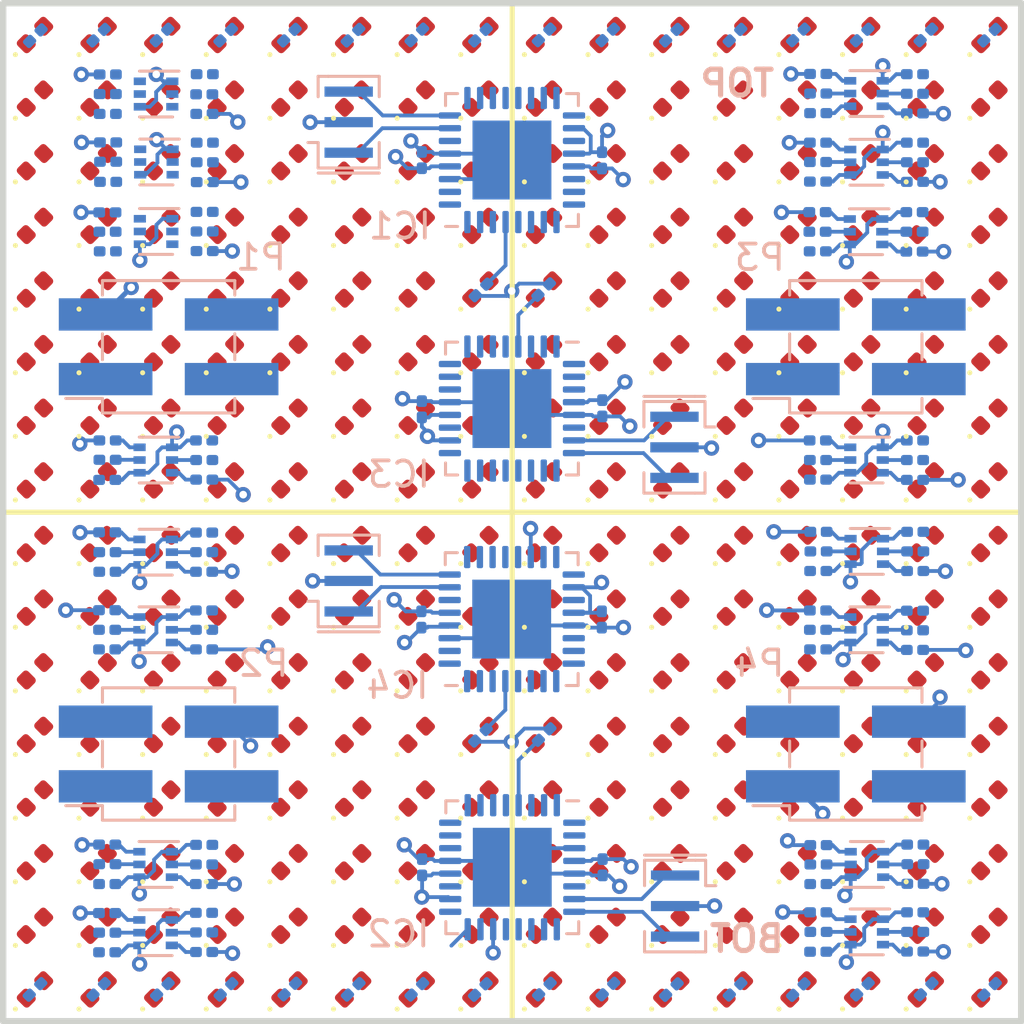
<source format=kicad_pcb>
(kicad_pcb (version 20221018) (generator pcbnew)
  (layers (0 "F.Cu" signal) (1 "In1.Cu" signal) (2 "In2.Cu" signal) (3 "In3.Cu" signal) (4 "In4.Cu" signal) (31 "B.Cu" signal) (34 "B.Paste" user) (35 "F.Paste" user) (36 "B.SilkS" user "B.Silkscreen") (37 "F.SilkS" user "F.Silkscreen") (38 "B.Mask" user) (39 "F.Mask" user) (44 "Edge.Cuts" user))
  (net 0 "")
  (net 1 "+5V")
  (net 2 "/COL0_DRV0")
  (net 3 "/COL0_DRV1")
  (net 4 "/COL0_DRV2")
  (net 5 "/COL0_DRV3")
  (net 6 "/COL1_DRV0")
  (net 7 "/COL1_DRV1")
  (net 8 "/COL1_DRV2")
  (net 9 "/COL1_DRV3")
  (net 10 "/COL2_DRV0")
  (net 11 "/COL2_DRV1")
  (net 12 "/COL2_DRV2")
  (net 13 "/COL2_DRV3")
  (net 14 "/COL3_DRV0")
  (net 15 "/COL3_DRV1")
  (net 16 "/COL3_DRV2")
  (net 17 "/COL3_DRV3")
  (net 18 "/COL4_DRV0")
  (net 19 "/COL4_DRV1")
  (net 20 "/COL4_DRV2")
  (net 21 "/COL4_DRV3")
  (net 22 "/COL5_DRV0")
  (net 23 "/COL5_DRV1")
  (net 24 "/COL5_DRV2")
  (net 25 "/COL5_DRV3")
  (net 26 "/COL6_DRV0")
  (net 27 "/COL6_DRV1")
  (net 28 "/COL6_DRV2")
  (net 29 "/COL6_DRV3")
  (net 30 "/COL7_DRV0")
  (net 31 "/COL7_DRV1")
  (net 32 "/COL7_DRV2")
  (net 33 "/COL7_DRV3")
  (net 34 "/CS0")
  (net 35 "/CS1")
  (net 36 "/CS2")
  (net 37 "/CS3")
  (net 38 "/MISO")
  (net 39 "/MOSI")
  (net 40 "/RESET_DRV0")
  (net 41 "/RESET_DRV1")
  (net 42 "/RESET_DRV3")
  (net 43 "/ROW0_DRV0")
  (net 44 "/ROW0_DRV1")
  (net 45 "/ROW0_DRV2")
  (net 46 "/ROW0_DRV3")
  (net 47 "/ROW0_INV0")
  (net 48 "/ROW0_INV1")
  (net 49 "/ROW0_INV2")
  (net 50 "/ROW0_INV3")
  (net 51 "/ROW1_DRV0")
  (net 52 "/ROW1_DRV1")
  (net 53 "/ROW1_DRV2")
  (net 54 "/ROW1_DRV3")
  (net 55 "/ROW1_INV0")
  (net 56 "/ROW1_INV1")
  (net 57 "/ROW1_INV2")
  (net 58 "/ROW1_INV3")
  (net 59 "/ROW2_DRV0")
  (net 60 "/ROW2_DRV1")
  (net 61 "/ROW2_DRV2")
  (net 62 "/ROW2_DRV3")
  (net 63 "/ROW2_INV0")
  (net 64 "/ROW2_INV1")
  (net 65 "/ROW2_INV2")
  (net 66 "/ROW2_INV3")
  (net 67 "/ROW3_DRV0")
  (net 68 "/ROW3_DRV1")
  (net 69 "/ROW3_DRV2")
  (net 70 "/ROW3_DRV3")
  (net 71 "/ROW3_INV0")
  (net 72 "/ROW3_INV1")
  (net 73 "/ROW3_INV2")
  (net 74 "/ROW3_INV3")
  (net 75 "/ROW4_DRV0")
  (net 76 "/ROW4_DRV1")
  (net 77 "/ROW4_DRV2")
  (net 78 "/ROW4_DRV3")
  (net 79 "/ROW4_INV0")
  (net 80 "/ROW4_INV1")
  (net 81 "/ROW4_INV2")
  (net 82 "/ROW4_INV3")
  (net 83 "/ROW5_DRV0")
  (net 84 "/ROW5_DRV1")
  (net 85 "/ROW5_DRV2")
  (net 86 "/ROW5_DRV3")
  (net 87 "/ROW5_INV0")
  (net 88 "/ROW5_INV1")
  (net 89 "/ROW5_INV2")
  (net 90 "/ROW5_INV3")
  (net 91 "/ROW6_DRV0")
  (net 92 "/ROW6_DRV1")
  (net 93 "/ROW6_DRV2")
  (net 94 "/ROW6_DRV3")
  (net 95 "/ROW6_INV0")
  (net 96 "/ROW6_INV1")
  (net 97 "/ROW6_INV2")
  (net 98 "/ROW6_INV3")
  (net 99 "/ROW7_DRV0")
  (net 100 "/ROW7_DRV1")
  (net 101 "/ROW7_DRV2")
  (net 102 "/ROW7_DRV3")
  (net 103 "/ROW7_INV0")
  (net 104 "/ROW7_INV1")
  (net 105 "/ROW7_INV2")
  (net 106 "/ROW7_INV3")
  (net 107 "/SCK")
  (net 108 "/XTAL0_DRV0")
  (net 109 "/XTAL0_DRV1")
  (net 110 "/XTAL0_DRV2")
  (net 111 "/XTAL0_DRV3")
  (net 112 "/XTAL1_DRV0")
  (net 113 "/XTAL1_DRV1")
  (net 114 "/XTAL1_DRV2")
  (net 115 "/XTAL1_DRV3")
  (net 116 "GND")
  (net 117 "Net-(D1-A)")
  (net 118 "Net-(D10-A)")
  (net 119 "Net-(D17-A)")
  (net 120 "Net-(D25-A)")
  (net 121 "Net-(D33-A)")
  (net 122 "Net-(D41-A)")
  (net 123 "Net-(D49-A)")
  (net 124 "Net-(D57-A)")
  (net 125 "Net-(D65-A)")
  (net 126 "Net-(D73-A)")
  (net 127 "Net-(D81-A)")
  (net 128 "Net-(D89-A)")
  (net 129 "Net-(D100-A)")
  (net 130 "Net-(D105-A)")
  (net 131 "Net-(D113-A)")
  (net 132 "Net-(D121-A)")
  (net 133 "Net-(D129-A)")
  (net 134 "Net-(D137-A)")
  (net 135 "Net-(D145-A)")
  (net 136 "Net-(D153-A)")
  (net 137 "Net-(D161-A)")
  (net 138 "Net-(D169-A)")
  (net 139 "Net-(D177-A)")
  (net 140 "Net-(D185-A)")
  (net 141 "Net-(D193-A)")
  (net 142 "Net-(D201-A)")
  (net 143 "Net-(D209-A)")
  (net 144 "Net-(D217-A)")
  (net 145 "Net-(D225-A)")
  (net 146 "Net-(D233-A)")
  (net 147 "Net-(D241-A)")
  (net 148 "Net-(D249-A)")
  (net 155 "/RESET_DRV2")
  (net 161 "Net-(Q1A-G1)")
  (net 162 "Net-(Q1B-G2)")
  (net 163 "Net-(Q2A-G1)")
  (net 164 "Net-(Q2B-G2)")
  (net 165 "Net-(Q3A-G1)")
  (net 166 "Net-(Q3B-G2)")
  (net 167 "Net-(Q4A-G1)")
  (net 168 "Net-(Q4B-G2)")
  (net 169 "Net-(Q5A-G1)")
  (net 170 "Net-(Q5B-G2)")
  (net 171 "Net-(Q6A-G1)")
  (net 172 "Net-(Q6B-G2)")
  (net 173 "Net-(Q7A-G1)")
  (net 174 "Net-(Q7B-G2)")
  (net 175 "Net-(Q8A-G1)")
  (net 176 "Net-(Q8B-G2)")
  (net 177 "Net-(Q9A-G1)")
  (net 178 "Net-(Q9B-G2)")
  (net 179 "Net-(Q10A-G1)")
  (net 180 "Net-(Q10B-G2)")
  (net 181 "Net-(Q11A-G1)")
  (net 182 "Net-(Q11B-G2)")
  (net 183 "Net-(Q12A-G1)")
  (net 184 "Net-(Q12B-G2)")
  (net 185 "Net-(Q13A-G1)")
  (net 186 "Net-(Q13B-G2)")
  (net 187 "Net-(Q14A-G1)")
  (net 188 "Net-(Q14B-G2)")
  (net 189 "Net-(Q15A-G1)")
  (net 190 "Net-(Q15B-G2)")
  (net 191 "Net-(Q16A-G1)")
  (net 192 "Net-(Q16B-G2)")
  (footprint "driver_custom:LED_0402_1005Metric" (layer "F.Cu") (at 86.25 63.75 45)
    (fp_text reference "D182" hide)
    (fp_text value "LED" hide)
  )
  (footprint "driver_custom:LED_0402_1005Metric" (layer "F.Cu") (at 83.75 63.75 45)
    (fp_text reference "D174" hide)
    (fp_text value "LED" hide)
  )
  (footprint "driver_custom:LED_0402_1005Metric" (layer "F.Cu") (at 81.25 63.75 45)
    (fp_text reference "D166" hide)
    (fp_text value "LED" hide)
  )
  (footprint "driver_custom:LED_0402_1005Metric" (layer "F.Cu") (at 78.75 63.75 45)
    (fp_text reference "D158" hide)
    (fp_text value "LED" hide)
  )
  (footprint "driver_custom:LED_0402_1005Metric" (layer "F.Cu") (at 76.25 63.75 45)
    (fp_text reference "D150" hide)
    (fp_text value "LED" hide)
  )
  (footprint "driver_custom:LED_0402_1005Metric" (layer "F.Cu") (at 73.75 63.75 45)
    (fp_text reference "D142" hide)
    (fp_text value "LED" hide)
  )
  (footprint "driver_custom:LED_0402_1005Metric" (layer "F.Cu") (at 71.25 63.75 45)
    (fp_text reference "D134" hide)
    (fp_text value "LED" hide)
  )
  (footprint "driver_custom:LED_0402_1005Metric" (layer "F.Cu") (at 88.75 61.25 45)
    (fp_text reference "D189" hide)
    (fp_text value "LED" hide)
  )
  (footprint "driver_custom:LED_0402_1005Metric" (layer "F.Cu") (at 86.25 61.25 45)
    (fp_text reference "D181" hide)
    (fp_text value "LED" hide)
  )
  (footprint "driver_custom:LED_0402_1005Metric" (layer "F.Cu") (at 83.75 61.25 45)
    (fp_text reference "D173" hide)
    (fp_text value "LED" hide)
  )
  (footprint "driver_custom:LED_0402_1005Metric" (layer "F.Cu") (at 81.25 61.25 45)
    (fp_text reference "D165" hide)
    (fp_text value "LED" hide)
  )
  (footprint "driver_custom:LED_0402_1005Metric" (layer "F.Cu") (at 78.75 61.25 45)
    (fp_text reference "D157" hide)
    (fp_text value "LED" hide)
  )
  (footprint "driver_custom:LED_0402_1005Metric" (layer "F.Cu") (at 76.25 61.25 45)
    (fp_text reference "D149" hide)
    (fp_text value "LED" hide)
  )
  (footprint "driver_custom:LED_0402_1005Metric" (layer "F.Cu") (at 73.75 61.25 45)
    (fp_text reference "D141" hide)
    (fp_text value "LED" hide)
  )
  (footprint "driver_custom:LED_0402_1005Metric" (layer "F.Cu") (at 88.75 58.75 45)
    (fp_text reference "D188" hide)
    (fp_text value "LED" hide)
  )
  (footprint "driver_custom:LED_0402_1005Metric" (layer "F.Cu") (at 71.25 61.25 45)
    (fp_text reference "D133" hide)
    (fp_text value "LED" hide)
  )
  (footprint "driver_custom:LED_0402_1005Metric" (layer "F.Cu") (at 88.75 66.25 45)
    (fp_text reference "D191" hide)
    (fp_text value "LED" hide)
  )
  (footprint "driver_custom:LED_0402_1005Metric" (layer "F.Cu") (at 81.25 68.75 45)
    (fp_text reference "D168" hide)
    (fp_text value "LED" hide)
  )
  (footprint "driver_custom:LED_0402_1005Metric" (layer "F.Cu") (at 83.75 68.75 45)
    (fp_text reference "D176" hide)
    (fp_text value "LED" hide)
  )
  (footprint "driver_custom:LED_0402_1005Metric" (layer "F.Cu") (at 68.75 88.75 45)
    (fp_text reference "D128" hide)
    (fp_text value "LED" hide)
  )
  (footprint "driver_custom:LED_0402_1005Metric" (layer "F.Cu") (at 86.25 68.75 45)
    (fp_text reference "D184" hide)
    (fp_text value "LED" hide)
  )
  (footprint "driver_custom:LED_0402_1005Metric" (layer "F.Cu") (at 78.75 68.75 45)
    (fp_text reference "D160" hide)
    (fp_text value "LED" hide)
  )
  (footprint "driver_custom:LED_0402_1005Metric" (layer "F.Cu") (at 76.25 68.75 45)
    (fp_text reference "D152" hide)
    (fp_text value "LED" hide)
  )
  (footprint "driver_custom:LED_0402_1005Metric" (layer "F.Cu") (at 73.75 68.75 45)
    (fp_text reference "D144" hide)
    (fp_text value "LED" hide)
  )
  (footprint "driver_custom:LED_0402_1005Metric" (layer "F.Cu") (at 71.25 68.75 45)
    (fp_text reference "D136" hide)
    (fp_text value "LED" hide)
  )
  (footprint "driver_custom:LED_0402_1005Metric" (layer "F.Cu") (at 88.75 63.75 45)
    (fp_text reference "D190" hide)
    (fp_text value "LED" hide)
  )
  (footprint "driver_custom:LED_0402_1005Metric" (layer "F.Cu") (at 86.25 66.25 45)
    (fp_text reference "D183" hide)
    (fp_text value "LED" hide)
  )
  (footprint "driver_custom:LED_0402_1005Metric" (layer "F.Cu") (at 83.75 66.25 45)
    (fp_text reference "D175" hide)
    (fp_text value "LED" hide)
  )
  (footprint "driver_custom:LED_0402_1005Metric" (layer "F.Cu") (at 81.25 66.25 45)
    (fp_text reference "D167" hide)
    (fp_text value "LED" hide)
  )
  (footprint "driver_custom:LED_0402_1005Metric" (layer "F.Cu") (at 78.75 66.25 45)
    (fp_text reference "D159" hide)
    (fp_text value "LED" hide)
  )
  (footprint "driver_custom:LED_0402_1005Metric" (layer "F.Cu") (at 76.25 66.25 45)
    (fp_text reference "D151" hide)
    (fp_text value "LED" hide)
  )
  (footprint "driver_custom:LED_0402_1005Metric" (layer "F.Cu") (at 73.75 66.25 45)
    (fp_text reference "D143" hide)
    (fp_text value "LED" hide)
  )
  (footprint "driver_custom:LED_0402_1005Metric" (layer "F.Cu") (at 71.25 66.25 45)
    (fp_text reference "D135" hide)
    (fp_text value "LED" hide)
  )
  (footprint "driver_custom:LED_0402_1005Metric" (layer "F.Cu") (at 86.25 53.75 45)
    (fp_text reference "D178" hide)
    (fp_text value "LED" hide)
  )
  (footprint "driver_custom:LED_0402_1005Metric" (layer "F.Cu") (at 66.25 86.25 45)
    (fp_text reference "D119" hide)
    (fp_text value "LED" hide)
  )
  (footprint "driver_custom:LED_0402_1005Metric" (layer "F.Cu") (at 71.25 51.25 45)
    (fp_text reference "D129" hide)
    (fp_text value "LED" hide)
  )
  (footprint "driver_custom:LED_0402_1005Metric" (layer "F.Cu") (at 73.75 51.25 45)
    (fp_text reference "D137" hide)
    (fp_text value "LED" hide)
  )
  (footprint "driver_custom:LED_0402_1005Metric" (layer "F.Cu") (at 76.25 51.25 45)
    (fp_text reference "D145" hide)
    (fp_text value "LED" hide)
  )
  (footprint "driver_custom:LED_0402_1005Metric" (layer "F.Cu") (at 78.75 51.25 45)
    (fp_text reference "D153" hide)
    (fp_text value "LED" hide)
  )
  (footprint "driver_custom:LED_0402_1005Metric" (layer "F.Cu") (at 81.25 51.25 45)
    (fp_text reference "D161" hide)
    (fp_text value "LED" hide)
  )
  (footprint "driver_custom:LED_0402_1005Metric" (layer "F.Cu") (at 83.75 51.25 45)
    (fp_text reference "D169" hide)
    (fp_text value "LED" hide)
  )
  (footprint "driver_custom:LED_0402_1005Metric" (layer "F.Cu") (at 86.25 51.25 45)
    (fp_text reference "D177" hide)
    (fp_text value "LED" hide)
  )
  (footprint "driver_custom:LED_0402_1005Metric" (layer "F.Cu") (at 88.75 51.25 45)
    (fp_text reference "D185" hide)
    (fp_text value "LED" hide)
  )
  (footprint "driver_custom:LED_0402_1005Metric" (layer "F.Cu") (at 71.25 53.75 45)
    (fp_text reference "D130" hide)
    (fp_text value "LED" hide)
  )
  (footprint "driver_custom:LED_0402_1005Metric" (layer "F.Cu") (at 73.75 53.75 45)
    (fp_text reference "D138" hide)
    (fp_text value "LED" hide)
  )
  (footprint "driver_custom:LED_0402_1005Metric" (layer "F.Cu") (at 76.25 53.75 45)
    (fp_text reference "D146" hide)
    (fp_text value "LED" hide)
  )
  (footprint "driver_custom:LED_0402_1005Metric" (layer "F.Cu") (at 78.75 53.75 45)
    (fp_text reference "D154" hide)
    (fp_text value "LED" hide)
  )
  (footprint "driver_custom:LED_0402_1005Metric" (layer "F.Cu") (at 81.25 53.75 45)
    (fp_text reference "D162" hide)
    (fp_text value "LED" hide)
  )
  (footprint "driver_custom:LED_0402_1005Metric" (layer "F.Cu") (at 83.75 53.75 45)
    (fp_text reference "D170" hide)
    (fp_text value "LED" hide)
  )
  (footprint "driver_custom:LED_0402_1005Metric" (layer "F.Cu") (at 86.25 58.75 45)
    (fp_text reference "D180" hide)
    (fp_text value "LED" hide)
  )
  (footprint "driver_custom:LED_0402_1005Metric" (layer "F.Cu") (at 88.75 53.75 45)
    (fp_text reference "D186" hide)
    (fp_text value "LED" hide)
  )
  (footprint "driver_custom:LED_0402_1005Metric" (layer "F.Cu") (at 71.25 56.25 45)
    (fp_text reference "D131" hide)
    (fp_text value "LED" hide)
  )
  (footprint "driver_custom:LED_0402_1005Metric" (layer "F.Cu") (at 73.75 56.25 45)
    (fp_text reference "D139" hide)
    (fp_text value "LED" hide)
  )
  (footprint "driver_custom:LED_0402_1005Metric" (layer "F.Cu") (at 76.25 56.25 45)
    (fp_text reference "D147" hide)
    (fp_text value "LED" hide)
  )
  (footprint "driver_custom:LED_0402_1005Metric" (layer "F.Cu") (at 78.75 56.25 45)
    (fp_text reference "D155" hide)
    (fp_text value "LED" hide)
  )
  (footprint "driver_custom:LED_0402_1005Metric" (layer "F.Cu") (at 81.25 56.25 45)
    (fp_text reference "D163" hide)
    (fp_text value "LED" hide)
  )
  (footprint "driver_custom:LED_0402_1005Metric" (layer "F.Cu") (at 83.75 56.25 45)
    (fp_text reference "D171" hide)
    (fp_text value "LED" hide)
  )
  (footprint "driver_custom:LED_0402_1005Metric" (layer "F.Cu") (at 86.25 56.25 45)
    (fp_text reference "D179" hide)
    (fp_text value "LED" hide)
  )
  (footprint "driver_custom:LED_0402_1005Metric" (layer "F.Cu") (at 88.75 56.25 45)
    (fp_text reference "D187" hide)
    (fp_text value "LED" hide)
  )
  (footprint "driver_custom:LED_0402_1005Metric" (layer "F.Cu") (at 71.25 58.75 45)
    (fp_text reference "D132" hide)
    (fp_text value "LED" hide)
  )
  (footprint "driver_custom:LED_0402_1005Metric" (layer "F.Cu") (at 73.75 58.75 45)
    (fp_text reference "D140" hide)
    (fp_text value "LED" hide)
  )
  (footprint "driver_custom:LED_0402_1005Metric" (layer "F.Cu") (at 76.25 58.75 45)
    (fp_text reference "D148" hide)
    (fp_text value "LED" hide)
  )
  (footprint "driver_custom:LED_0402_1005Metric" (layer "F.Cu") (at 78.75 58.75 45)
    (fp_text reference "D156" hide)
    (fp_text value "LED" hide)
  )
  (footprint "driver_custom:LED_0402_1005Metric" (layer "F.Cu") (at 81.25 58.75 45)
    (fp_text reference "D164" hide)
    (fp_text value "LED" hide)
  )
  (footprint "driver_custom:LED_0402_1005Metric" (layer "F.Cu") (at 83.75 58.75 45)
    (fp_text reference "D172" hide)
    (fp_text value "LED" hide)
  )
  (footprint "driver_custom:LED_0402_1005Metric" (layer "F.Cu") (at 88.75 81.25 45)
    (fp_text reference "D253" hide)
    (fp_text value "LED" hide)
  )
  (footprint "driver_custom:LED_0402_1005Metric" (layer "F.Cu") (at 88.75 83.75 45)
    (fp_text reference "D254" hide)
    (fp_text value "LED" hide)
  )
  (footprint "driver_custom:LED_0402_1005Metric" (layer "F.Cu") (at 86.25 83.75 45)
    (fp_text reference "D246" hide)
    (fp_text value "LED" hide)
  )
  (footprint "driver_custom:LED_0402_1005Metric" (layer "F.Cu") (at 83.75 83.75 45)
    (fp_text reference "D238" hide)
    (fp_text value "LED" hide)
  )
  (footprint "driver_custom:LED_0402_1005Metric" (layer "F.Cu") (at 81.25 83.75 45)
    (fp_text reference "D230" hide)
    (fp_text value "LED" hide)
  )
  (footprint "driver_custom:LED_0402_1005Metric" (layer "F.Cu") (at 78.75 83.75 45)
    (fp_text reference "D222" hide)
    (fp_text value "LED" hide)
  )
  (footprint "driver_custom:LED_0402_1005Metric" (layer "F.Cu") (at 76.25 83.75 45)
    (fp_text reference "D214" hide)
    (fp_text value "LED" hide)
  )
  (footprint "driver_custom:LED_0402_1005Metric" (layer "F.Cu") (at 73.75 83.75 45)
    (fp_text reference "D206" hide)
    (fp_text value "LED" hide)
  )
  (footprint "driver_custom:LED_0402_1005Metric" (layer "F.Cu") (at 71.25 83.75 45)
    (fp_text reference "D198" hide)
    (fp_text value "LED" hide)
  )
  (footprint "driver_custom:LED_0402_1005Metric" (layer "F.Cu") (at 71.25 86.25 45)
    (fp_text reference "D199" hide)
    (fp_text value "LED" hide)
  )
  (footprint "driver_custom:LED_0402_1005Metric" (layer "F.Cu") (at 86.25 81.25 45)
    (fp_text reference "D245" hide)
    (fp_text value "LED" hide)
  )
  (footprint "driver_custom:LED_0402_1005Metric" (layer "F.Cu") (at 83.75 81.25 45)
    (fp_text reference "D237" hide)
    (fp_text value "LED" hide)
  )
  (footprint "driver_custom:LED_0402_1005Metric" (layer "F.Cu") (at 81.25 81.25 45)
    (fp_text reference "D229" hide)
    (fp_text value "LED" hide)
  )
  (footprint "driver_custom:LED_0402_1005Metric" (layer "F.Cu") (at 78.75 81.25 45)
    (fp_text reference "D221" hide)
    (fp_text value "LED" hide)
  )
  (footprint "driver_custom:LED_0402_1005Metric" (layer "F.Cu") (at 76.25 81.25 45)
    (fp_text reference "D213" hide)
    (fp_text value "LED" hide)
  )
  (footprint "driver_custom:LED_0402_1005Metric" (layer "F.Cu") (at 73.75 81.25 45)
    (fp_text reference "D205" hide)
    (fp_text value "LED" hide)
  )
  (footprint "driver_custom:LED_0402_1005Metric" (layer "F.Cu") (at 71.25 81.25 45)
    (fp_text reference "D197" hide)
    (fp_text value "LED" hide)
  )
  (footprint "driver_custom:LED_0402_1005Metric" (layer "F.Cu") (at 88.75 78.75 45)
    (fp_text reference "D252" hide)
    (fp_text value "LED" hide)
  )
  (footprint "driver_custom:LED_0402_1005Metric" (layer "F.Cu") (at 73.75 86.25 45)
    (fp_text reference "D207" hide)
    (fp_text value "LED" hide)
  )
  (footprint "driver_custom:LED_0402_1005Metric" (layer "F.Cu") (at 76.25 86.25 45)
    (fp_text reference "D215" hide)
    (fp_text value "LED" hide)
  )
  (footprint "driver_custom:LED_0402_1005Metric" (layer "F.Cu") (at 78.75 86.25 45)
    (fp_text reference "D223" hide)
    (fp_text value "LED" hide)
  )
  (footprint "driver_custom:LED_0402_1005Metric" (layer "F.Cu") (at 81.25 86.25 45)
    (fp_text reference "D231" hide)
    (fp_text value "LED" hide)
  )
  (footprint "driver_custom:LED_0402_1005Metric" (layer "F.Cu") (at 83.75 86.25 45)
    (fp_text reference "D239" hide)
    (fp_text value "LED" hide)
  )
  (footprint "driver_custom:LED_0402_1005Metric" (layer "F.Cu") (at 86.25 86.25 45)
    (fp_text reference "D247" hide)
    (fp_text value "LED" hide)
  )
  (footprint "driver_custom:LED_0402_1005Metric" (layer "F.Cu") (at 88.75 86.25 45)
    (fp_text reference "D255" hide)
    (fp_text value "LED" hide)
  )
  (footprint "driver_custom:LED_0402_1005Metric" (layer "F.Cu") (at 71.25 88.75 45)
    (fp_text reference "D200" hide)
    (fp_text value "LED" hide)
  )
  (footprint "driver_custom:LED_0402_1005Metric" (layer "F.Cu") (at 73.75 88.75 45)
    (fp_text reference "D208" hide)
    (fp_text value "LED" hide)
  )
  (footprint "driver_custom:LED_0402_1005Metric" (layer "F.Cu") (at 76.25 88.75 45)
    (fp_text reference "D216" hide)
    (fp_text value "LED" hide)
  )
  (footprint "driver_custom:LED_0402_1005Metric" (layer "F.Cu") (at 78.75 88.75 45)
    (fp_text reference "D224" hide)
    (fp_text value "LED" hide)
  )
  (footprint "driver_custom:LED_0402_1005Metric" (layer "F.Cu") (at 81.25 88.75 45)
    (fp_text reference "D232" hide)
    (fp_text value "LED" hide)
  )
  (footprint "driver_custom:LED_0402_1005Metric" (layer "F.Cu") (at 83.75 88.75 45)
    (fp_text reference "D240" hide)
    (fp_text value "LED" hide)
  )
  (footprint "driver_custom:LED_0402_1005Metric" (layer "F.Cu") (at 86.25 88.75 45)
    (fp_text reference "D248" hide)
    (fp_text value "LED" hide)
  )
  (footprint "driver_custom:LED_0402_1005Metric" (layer "F.Cu") (at 88.75 88.75 45)
    (fp_text reference "D256" hide)
    (fp_text value "LED" hide)
  )
  (footprint "driver_custom:LED_0402_1005Metric" (layer "F.Cu") (at 88.75 73.75 45)
    (fp_text reference "D250" hide)
    (fp_text value "LED" hide)
  )
  (footprint "driver_custom:LED_0402_1005Metric" (layer "F.Cu") (at 71.25 71.25 45)
    (fp_text reference "D193" hide)
    (fp_text value "LED" hide)
  )
  (footprint "driver_custom:LED_0402_1005Metric" (layer "F.Cu") (at 73.75 71.25 45)
    (fp_text reference "D201" hide)
    (fp_text value "LED" hide)
  )
  (footprint "driver_custom:LED_0402_1005Metric" (layer "F.Cu") (at 76.25 71.25 45)
    (fp_text reference "D209" hide)
    (fp_text value "LED" hide)
  )
  (footprint "driver_custom:LED_0402_1005Metric" (layer "F.Cu") (at 78.75 71.25 45)
    (fp_text reference "D217" hide)
    (fp_text value "LED" hide)
  )
  (footprint "driver_custom:LED_0402_1005Metric" (layer "F.Cu") (at 81.25 71.25 45)
    (fp_text reference "D225" hide)
    (fp_text value "LED" hide)
  )
  (footprint "driver_custom:LED_0402_1005Metric" (layer "F.Cu") (at 83.75 71.25 45)
    (fp_text reference "D233" hide)
    (fp_text value "LED" hide)
  )
  (footprint "driver_custom:LED_0402_1005Metric" (layer "F.Cu") (at 86.25 71.25 45)
    (fp_text reference "D241" hide)
    (fp_text value "LED" hide)
  )
  (footprint "driver_custom:LED_0402_1005Metric" (layer "F.Cu") (at 88.75 71.25 45)
    (fp_text reference "D249" hide)
    (fp_text value "LED" hide)
  )
  (footprint "driver_custom:LED_0402_1005Metric" (layer "F.Cu") (at 71.25 73.75 45)
    (fp_text reference "D194" hide)
    (fp_text value "LED" hide)
  )
  (footprint "driver_custom:LED_0402_1005Metric" (layer "F.Cu") (at 73.75 73.75 45)
    (fp_text reference "D202" hide)
    (fp_text value "LED" hide)
  )
  (footprint "driver_custom:LED_0402_1005Metric" (layer "F.Cu") (at 76.25 73.75 45)
    (fp_text reference "D210" hide)
    (fp_text value "LED" hide)
  )
  (footprint "driver_custom:LED_0402_1005Metric" (layer "F.Cu") (at 78.75 73.75 45)
    (fp_text reference "D218" hide)
    (fp_text value "LED" hide)
  )
  (footprint "driver_custom:LED_0402_1005Metric" (layer "F.Cu") (at 81.25 73.75 45)
    (fp_text reference "D226" hide)
    (fp_text value "LED" hide)
  )
  (footprint "driver_custom:LED_0402_1005Metric" (layer "F.Cu") (at 83.75 73.75 45)
    (fp_text reference "D234" hide)
    (fp_text value "LED" hide)
  )
  (footprint "driver_custom:LED_0402_1005Metric" (layer "F.Cu") (at 86.25 73.75 45)
    (fp_text reference "D242" hide)
    (fp_text value "LED" hide)
  )
  (footprint "driver_custom:LED_0402_1005Metric" (layer "F.Cu") (at 88.75 68.75 45)
    (fp_text reference "D192" hide)
    (fp_text value "LED" hide)
  )
  (footprint "driver_custom:LED_0402_1005Metric" (layer "F.Cu") (at 71.25 76.25 45)
    (fp_text reference "D195" hide)
    (fp_text value "LED" hide)
  )
  (footprint "driver_custom:LED_0402_1005Metric" (layer "F.Cu") (at 73.75 76.25 45)
    (fp_text reference "D203" hide)
    (fp_text value "LED" hide)
  )
  (footprint "driver_custom:LED_0402_1005Metric" (layer "F.Cu") (at 76.25 76.25 45)
    (fp_text reference "D211" hide)
    (fp_text value "LED" hide)
  )
  (footprint "driver_custom:LED_0402_1005Metric" (layer "F.Cu") (at 78.75 76.25 45)
    (fp_text reference "D219" hide)
    (fp_text value "LED" hide)
  )
  (footprint "driver_custom:LED_0402_1005Metric" (layer "F.Cu") (at 81.25 76.25 45)
    (fp_text reference "D227" hide)
    (fp_text value "LED" hide)
  )
  (footprint "driver_custom:LED_0402_1005Metric" (layer "F.Cu") (at 83.75 76.25 45)
    (fp_text reference "D235" hide)
    (fp_text value "LED" hide)
  )
  (footprint "driver_custom:LED_0402_1005Metric" (layer "F.Cu") (at 86.25 76.25 45)
    (fp_text reference "D243" hide)
    (fp_text value "LED" hide)
  )
  (footprint "driver_custom:LED_0402_1005Metric" (layer "F.Cu") (at 88.75 76.25 45)
    (fp_text reference "D251" hide)
    (fp_text value "LED" hide)
  )
  (footprint "driver_custom:LED_0402_1005Metric" (layer "F.Cu") (at 71.25 78.75 45)
    (fp_text reference "D196" hide)
    (fp_text value "LED" hide)
  )
  (footprint "driver_custom:LED_0402_1005Metric" (layer "F.Cu") (at 73.75 78.75 45)
    (fp_text reference "D204" hide)
    (fp_text value "LED" hide)
  )
  (footprint "driver_custom:LED_0402_1005Metric" (layer "F.Cu") (at 76.25 78.75 45)
    (fp_text reference "D212" hide)
    (fp_text value "LED" hide)
  )
  (footprint "driver_custom:LED_0402_1005Metric" (layer "F.Cu") (at 78.75 78.75 45)
    (fp_text reference "D220" hide)
    (fp_text value "LED" hide)
  )
  (footprint "driver_custom:LED_0402_1005Metric" (layer "F.Cu") (at 81.25 78.75 45)
    (fp_text reference "D228" hide)
    (fp_text value "LED" hide)
  )
  (footprint "driver_custom:LED_0402_1005Metric" (layer "F.Cu") (at 83.75 78.75 45)
    (fp_text reference "D236" hide)
    (fp_text value "LED" hide)
  )
  (footprint "driver_custom:LED_0402_1005Metric" (layer "F.Cu") (at 86.25 78.75 45)
    (fp_text reference "D244" hide)
    (fp_text value "LED" hide)
  )
  (footprint "driver_custom:LED_0402_1005Metric" (layer "F.Cu") (at 68.75 63.75 45)
    (fp_text reference "D62" hide)
    (fp_text value "LED" hide)
  )
  (footprint "driver_custom:LED_0402_1005Metric" (layer "F.Cu") (at 51.25 61.25 45)
    (fp_text reference "D5" hide)
    (fp_text value "LED" hide)
  )
  (footprint "driver_custom:LED_0402_1005Metric" (layer "F.Cu") (at 53.75 61.25 45)
    (fp_text reference "D13" hide)
    (fp_text value "LED" hide)
  )
  (footprint "driver_custom:LED_0402_1005Metric" (layer "F.Cu") (at 56.25 61.25 45)
    (fp_text reference "D21" hide)
    (fp_text value "LED" hide)
  )
  (footprint "driver_custom:LED_0402_1005Metric" (layer "F.Cu") (at 58.75 61.25 45)
    (fp_text reference "D29" hide)
    (fp_text value "LED" hide)
  )
  (footprint "driver_custom:LED_0402_1005Metric" (layer "F.Cu") (at 61.25 61.25 45)
    (fp_text reference "D37" hide)
    (fp_text value "LED" hide)
  )
  (footprint "driver_custom:LED_0402_1005Metric" (layer "F.Cu") (at 63.75 61.25 45)
    (fp_text reference "D45" hide)
    (fp_text value "LED" hide)
  )
  (footprint "driver_custom:LED_0402_1005Metric" (layer "F.Cu") (at 66.25 61.25 45)
    (fp_text reference "D53" hide)
    (fp_text value "LED" hide)
  )
  (footprint "driver_custom:LED_0402_1005Metric" (layer "F.Cu") (at 68.75 61.25 45)
    (fp_text reference "D61" hide)
    (fp_text value "LED" hide)
  )
  (footprint "driver_custom:LED_0402_1005Metric" (layer "F.Cu") (at 51.25 63.75 45)
    (fp_text reference "D6" hide)
    (fp_text value "LED" hide)
  )
  (footprint "driver_custom:LED_0402_1005Metric" (layer "F.Cu") (at 53.75 63.75 45)
    (fp_text reference "D14" hide)
    (fp_text value "LED" hide)
  )
  (footprint "driver_custom:LED_0402_1005Metric" (layer "F.Cu") (at 56.25 63.75 45)
    (fp_text reference "D22" hide)
    (fp_text value "LED" hide)
  )
  (footprint "driver_custom:LED_0402_1005Metric" (layer "F.Cu") (at 58.75 63.75 45)
    (fp_text reference "D30" hide)
    (fp_text value "LED" hide)
  )
  (footprint "driver_custom:LED_0402_1005Metric" (layer "F.Cu") (at 61.25 63.75 45)
    (fp_text reference "D38" hide)
    (fp_text value "LED" hide)
  )
  (footprint "driver_custom:LED_0402_1005Metric" (layer "F.Cu") (at 63.75 63.75 45)
    (fp_text reference "D46" hide)
    (fp_text value "LED" hide)
  )
  (footprint "driver_custom:LED_0402_1005Metric" (layer "F.Cu") (at 66.25 63.75 45)
    (fp_text reference "D54" hide)
    (fp_text value "LED" hide)
  )
  (footprint "driver_custom:LED_0402_1005Metric" (layer "F.Cu") (at 68.75 58.75 45)
    (fp_text reference "D60" hide)
    (fp_text value "LED" hide)
  )
  (footprint "driver_custom:LED_0402_1005Metric" (layer "F.Cu") (at 51.25 66.25 45)
    (fp_text reference "D7" hide)
    (fp_text value "LED" hide)
  )
  (footprint "driver_custom:LED_0402_1005Metric" (layer "F.Cu") (at 53.75 66.25 45)
    (fp_text reference "D15" hide)
    (fp_text value "LED" hide)
  )
  (footprint "driver_custom:LED_0402_1005Metric" (layer "F.Cu") (at 56.25 66.25 45)
    (fp_text reference "D23" hide)
    (fp_text value "LED" hide)
  )
  (footprint "driver_custom:LED_0402_1005Metric" (layer "F.Cu") (at 58.75 66.25 45)
    (fp_text reference "D31" hide)
    (fp_text value "LED" hide)
  )
  (footprint "driver_custom:LED_0402_1005Metric" (layer "F.Cu") (at 61.25 66.25 45)
    (fp_text reference "D39" hide)
    (fp_text value "LED" hide)
  )
  (footprint "driver_custom:LED_0402_1005Metric" (layer "F.Cu") (at 63.75 66.25 45)
    (fp_text reference "D47" hide)
    (fp_text value "LED" hide)
  )
  (footprint "driver_custom:LED_0402_1005Metric" (layer "F.Cu") (at 66.25 66.25 45)
    (fp_text reference "D55" hide)
    (fp_text value "LED" hide)
  )
  (footprint "driver_custom:LED_0402_1005Metric" (layer "F.Cu") (at 68.75 66.25 45)
    (fp_text reference "D63" hide)
    (fp_text value "LED" hide)
  )
  (footprint "driver_custom:LED_0402_1005Metric" (layer "F.Cu") (at 51.25 68.75 45)
    (fp_text reference "D8" hide)
    (fp_text value "LED" hide)
  )
  (footprint "driver_custom:LED_0402_1005Metric" (layer "F.Cu") (at 53.75 68.75 45)
    (fp_text reference "D16" hide)
    (fp_text value "LED" hide)
  )
  (footprint "driver_custom:LED_0402_1005Metric" (layer "F.Cu") (at 56.25 68.75 45)
    (fp_text reference "D24" hide)
    (fp_text value "LED" hide)
  )
  (footprint "driver_custom:LED_0402_1005Metric" (layer "F.Cu") (at 58.75 68.75 45)
    (fp_text reference "D32" hide)
    (fp_text value "LED" hide)
  )
  (footprint "driver_custom:LED_0402_1005Metric" (layer "F.Cu") (at 61.25 68.75 45)
    (fp_text reference "D40" hide)
    (fp_text value "LED" hide)
  )
  (footprint "driver_custom:LED_0402_1005Metric" (layer "F.Cu") (at 63.75 68.75 45)
    (fp_text reference "D48" hide)
    (fp_text value "LED" hide)
  )
  (footprint "driver_custom:LED_0402_1005Metric" (layer "F.Cu") (at 66.25 68.75 45)
    (fp_text reference "D56" hide)
    (fp_text value "LED" hide)
  )
  (footprint "driver_custom:LED_0402_1005Metric" (layer "F.Cu") (at 68.75 53.75 45)
    (fp_text reference "D58" hide)
    (fp_text value "LED" hide)
  )
  (footprint "driver_custom:LED_0402_1005Metric" (layer "F.Cu") (at 51.25 51.25 45)
    (fp_text reference "D1" hide)
    (fp_text value "LED" hide)
  )
  (footprint "driver_custom:LED_0402_1005Metric" (layer "F.Cu") (at 53.75 51.25 45)
    (fp_text reference "D9" hide)
    (fp_text value "LED" hide)
  )
  (footprint "driver_custom:LED_0402_1005Metric" (layer "F.Cu") (at 56.25 51.25 45)
    (fp_text reference "D17" hide)
    (fp_text value "LED" hide)
  )
  (footprint "driver_custom:LED_0402_1005Metric" (layer "F.Cu") (at 58.75 51.25 45)
    (fp_text reference "D25" hide)
    (fp_text value "LED" hide)
  )
  (footprint "driver_custom:LED_0402_1005Metric" (layer "F.Cu") (at 61.25 51.25 45)
    (fp_text reference "D33" hide)
    (fp_text value "LED" hide)
  )
  (footprint "driver_custom:LED_0402_1005Metric" (layer "F.Cu") (at 63.75 51.25 45)
    (fp_text reference "D41" hide)
    (fp_text value "LED" hide)
  )
  (footprint "driver_custom:LED_0402_1005Metric" (layer "F.Cu") (at 66.25 51.25 45)
    (fp_text reference "D49" hide)
    (fp_text value "LED" hide)
  )
  (footprint "driver_custom:LED_0402_1005Metric" (layer "F.Cu") (at 68.75 51.25 45)
    (fp_text reference "D57" hide)
    (fp_text value "LED" hide)
  )
  (footprint "driver_custom:LED_0402_1005Metric" (layer "F.Cu") (at 51.25 53.75 45)
    (fp_text reference "D2" hide)
    (fp_text value "LED" hide)
  )
  (footprint "driver_custom:LED_0402_1005Metric" (layer "F.Cu") (at 53.75 53.75 45)
    (fp_text reference "D10" hide)
    (fp_text value "LED" hide)
  )
  (footprint "driver_custom:LED_0402_1005Metric" (layer "F.Cu") (at 56.25 53.75 45)
    (fp_text reference "D18" hide)
    (fp_text value "LED" hide)
  )
  (footprint "driver_custom:LED_0402_1005Metric" (layer "F.Cu") (at 58.75 53.75 45)
    (fp_text reference "D26" hide)
    (fp_text value "LED" hide)
  )
  (footprint "driver_custom:LED_0402_1005Metric" (layer "F.Cu") (at 61.25 53.75 45)
    (fp_text reference "D34" hide)
    (fp_text value "LED" hide)
  )
  (footprint "driver_custom:LED_0402_1005Metric" (layer "F.Cu") (at 63.75 53.75 45)
    (fp_text reference "D42" hide)
    (fp_text value "LED" hide)
  )
  (footprint "driver_custom:LED_0402_1005Metric" (layer "F.Cu") (at 66.25 53.75 45)
    (fp_text reference "D50" hide)
    (fp_text value "LED" hide)
  )
  (footprint "driver_custom:LED_0402_1005Metric" (layer "F.Cu") (at 63.75 88.75 45)
    (fp_text reference "D112" hide)
    (fp_text value "LED" hide)
  )
  (footprint "driver_custom:LED_0402_1005Metric" (layer "F.Cu") (at 51.25 56.25 45)
    (fp_text reference "D3" hide)
    (fp_text value "LED" hide)
  )
  (footprint "driver_custom:LED_0402_1005Metric" (layer "F.Cu") (at 53.75 56.25 45)
    (fp_text reference "D11" hide)
    (fp_text value "LED" hide)
  )
  (footprint "driver_custom:LED_0402_1005Metric" (layer "F.Cu") (at 56.25 56.25 45)
    (fp_text reference "D19" hide)
    (fp_text value "LED" hide)
  )
  (footprint "driver_custom:LED_0402_1005Metric" (layer "F.Cu") (at 58.75 56.25 45)
    (fp_text reference "D27" hide)
    (fp_text value "LED" hide)
  )
  (footprint "driver_custom:LED_0402_1005Metric" (layer "F.Cu") (at 61.25 56.25 45)
    (fp_text reference "D35" hide)
    (fp_text value "LED" hide)
  )
  (footprint "driver_custom:LED_0402_1005Metric" (layer "F.Cu") (at 63.75 56.25 45)
    (fp_text reference "D43" hide)
    (fp_text value "LED" hide)
  )
  (footprint "driver_custom:LED_0402_1005Metric" (layer "F.Cu") (at 66.25 56.25 45)
    (fp_text reference "D51" hide)
    (fp_text value "LED" hide)
  )
  (footprint "driver_custom:LED_0402_1005Metric" (layer "F.Cu") (at 68.75 56.25 45)
    (fp_text reference "D59" hide)
    (fp_text value "LED" hide)
  )
  (footprint "driver_custom:LED_0402_1005Metric" (layer "F.Cu") (at 51.25 58.75 45)
    (fp_text reference "D4" hide)
    (fp_text value "LED" hide)
  )
  (footprint "driver_custom:LED_0402_1005Metric" (layer "F.Cu") (at 53.75 58.75 45)
    (fp_text reference "D12" hide)
    (fp_text value "LED" hide)
  )
  (footprint "driver_custom:LED_0402_1005Metric" (layer "F.Cu") (at 56.25 58.75 45)
    (fp_text reference "D20" hide)
    (fp_text value "LED" hide)
  )
  (footprint "driver_custom:LED_0402_1005Metric" (layer "F.Cu") (at 58.75 58.75 45)
    (fp_text reference "D28" hide)
    (fp_text value "LED" hide)
  )
  (footprint "driver_custom:LED_0402_1005Metric" (layer "F.Cu") (at 61.25 58.75 45)
    (fp_text reference "D36" hide)
    (fp_text value "LED" hide)
  )
  (footprint "driver_custom:LED_0402_1005Metric" (layer "F.Cu") (at 63.75 58.75 45)
    (fp_text reference "D44" hide)
    (fp_text value "LED" hide)
  )
  (footprint "driver_custom:LED_0402_1005Metric" (layer "F.Cu") (at 66.25 58.75 45)
    (fp_text reference "D52" hide)
    (fp_text value "LED" hide)
  )
  (footprint "driver_custom:LED_0402_1005Metric" (layer "F.Cu") (at 66.25 83.75 45)
    (fp_text reference "D118" hide)
    (fp_text value "LED" hide)
  )
  (footprint "driver_custom:LED_0402_1005Metric" (layer "F.Cu") (at 68.75 78.75 45)
    (fp_text reference "D124" hide)
    (fp_text value "LED" hide)
  )
  (footprint "driver_custom:LED_0402_1005Metric" (layer "F.Cu") (at 51.25 81.25 45)
    (fp_text reference "D69" hide)
    (fp_text value "LED" hide)
  )
  (footprint "driver_custom:LED_0402_1005Metric" (layer "F.Cu") (at 53.75 81.25 45)
    (fp_text reference "D77" hide)
    (fp_text value "LED" hide)
  )
  (footprint "driver_custom:LED_0402_1005Metric" (layer "F.Cu") (at 56.25 81.25 45)
    (fp_text reference "D85" hide)
    (fp_text value "LED" hide)
  )
  (footprint "driver_custom:LED_0402_1005Metric" (layer "F.Cu") (at 58.75 81.25 45)
    (fp_text reference "D93" hide)
    (fp_text value "LED" hide)
  )
  (footprint "driver_custom:LED_0402_1005Metric" (layer "F.Cu") (at 61.25 81.25 45)
    (fp_text reference "D101" hide)
    (fp_text value "LED" hide)
  )
  (footprint "driver_custom:LED_0402_1005Metric" (layer "F.Cu") (at 63.75 81.25 45)
    (fp_text reference "D109" hide)
    (fp_text value "LED" hide)
  )
  (footprint "driver_custom:LED_0402_1005Metric" (layer "F.Cu") (at 66.25 81.25 45)
    (fp_text reference "D117" hide)
    (fp_text value "LED" hide)
  )
  (footprint "driver_custom:LED_0402_1005Metric" (layer "F.Cu") (at 68.75 81.25 45)
    (fp_text reference "D125" hide)
    (fp_text value "LED" hide)
  )
  (footprint "driver_custom:LED_0402_1005Metric" (layer "F.Cu") (at 51.25 83.75 45)
    (fp_text reference "D70" hide)
    (fp_text value "LED" hide)
  )
  (footprint "driver_custom:LED_0402_1005Metric" (layer "F.Cu") (at 53.75 83.75 45)
    (fp_text reference "D78" hide)
    (fp_text value "LED" hide)
  )
  (footprint "driver_custom:LED_0402_1005Metric" (layer "F.Cu") (at 56.25 83.75 45)
    (fp_text reference "D86" hide)
    (fp_text value "LED" hide)
  )
  (footprint "driver_custom:LED_0402_1005Metric" (layer "F.Cu") (at 58.75 83.75 45)
    (fp_text reference "D94" hide)
    (fp_text value "LED" hide)
  )
  (footprint "driver_custom:LED_0402_1005Metric" (layer "F.Cu") (at 61.25 83.75 45)
    (fp_text reference "D102" hide)
    (fp_text value "LED" hide)
  )
  (footprint "driver_custom:LED_0402_1005Metric" (layer "F.Cu") (at 63.75 83.75 45)
    (fp_text reference "D110" hide)
    (fp_text value "LED" hide)
  )
  (footprint "driver_custom:LED_0402_1005Metric" (layer "F.Cu") (at 51.25 71.25 45)
    (fp_text reference "D65" hide)
    (fp_text value "LED" hide)
  )
  (footprint "driver_custom:LED_0402_1005Metric" (layer "F.Cu") (at 68.75 83.75 45)
    (fp_text reference "D126" hide)
    (fp_text value "LED" hide)
  )
  (footprint "driver_custom:LED_0402_1005Metric" (layer "F.Cu") (at 51.25 86.25 45)
    (fp_text reference "D71" hide)
    (fp_text value "LED" hide)
  )
  (footprint "driver_custom:LED_0402_1005Metric" (layer "F.Cu") (at 53.75 86.25 45)
    (fp_text reference "D79" hide)
    (fp_text value "LED" hide)
  )
  (footprint "driver_custom:LED_0402_1005Metric" (layer "F.Cu") (at 56.25 86.25 45)
    (fp_text reference "D87" hide)
    (fp_text value "LED" hide)
  )
  (footprint "driver_custom:LED_0402_1005Metric" (layer "F.Cu") (at 58.75 86.25 45)
    (fp_text reference "D95" hide)
    (fp_text value "LED" hide)
  )
  (footprint "driver_custom:LED_0402_1005Metric" (layer "F.Cu") (at 61.25 86.25 45)
    (fp_text reference "D103" hide)
    (fp_text value "LED" hide)
  )
  (footprint "driver_custom:LED_0402_1005Metric" (layer "F.Cu") (at 63.75 86.25 45)
    (fp_text reference "D111" hide)
    (fp_text value "LED" hide)
  )
  (footprint "driver_custom:LED_0402_1005Metric" (layer "F.Cu") (at 68.75 86.25 45)
    (fp_text reference "D127" hide)
    (fp_text value "LED" hide)
  )
  (footprint "driver_custom:LED_0402_1005Metric" (layer "F.Cu") (at 51.25 88.75 45)
    (fp_text reference "D72" hide)
    (fp_text value "LED" hide)
  )
  (footprint "driver_custom:LED_0402_1005Metric" (layer "F.Cu") (at 53.75 88.75 45)
    (fp_text reference "D80" hide)
    (fp_text value "LED" hide)
  )
  (footprint "driver_custom:LED_0402_1005Metric" (layer "F.Cu") (at 56.25 88.75 45)
    (fp_text reference "D88" hide)
    (fp_text value "LED" hide)
  )
  (footprint "driver_custom:LED_0402_1005Metric" (layer "F.Cu") (at 58.75 88.75 45)
    (fp_text reference "D96" hide)
    (fp_text value "LED" hide)
  )
  (footprint "driver_custom:LED_0402_1005Metric" (layer "F.Cu") (at 61.25 88.75 45)
    (fp_text reference "D104" hide)
    (fp_text value "LED" hide)
  )
  (footprint "driver_custom:LED_0402_1005Metric" (layer "F.Cu") (at 66.25 88.75 45)
    (fp_text reference "D120" hide)
    (fp_text value "LED" hide)
  )
  (footprint "driver_custom:LED_0402_1005Metric" (layer "F.Cu") (at 63.75 78.75 45)
    (fp_text reference "D108" hide)
    (fp_text value "LED" hide)
  )
  (footprint "driver_custom:LED_0402_1005Metric" (layer "F.Cu") (at 68.75 68.75 45)
    (fp_text reference "D64" hide)
    (fp_text value "LED" hide)
  )
  (footprint "driver_custom:LED_0402_1005Metric" (layer "F.Cu") (at 53.75 71.25 45)
    (fp_text reference "D73" hide)
    (fp_text value "LED" hide)
  )
  (footprint "driver_custom:LED_0402_1005Metric" (layer "F.Cu") (at 56.25 71.25 45)
    (fp_text reference "D81" hide)
    (fp_text value "LED" hide)
  )
  (footprint "driver_custom:LED_0402_1005Metric" (layer "F.Cu") (at 58.75 71.25 45)
    (fp_text reference "D89" hide)
    (fp_text value "LED" hide)
  )
  (footprint "driver_custom:LED_0402_1005Metric" (layer "F.Cu") (at 61.25 71.25 45)
    (fp_text reference "D97" hide)
    (fp_text value "LED" hide)
  )
  (footprint "driver_custom:LED_0402_1005Metric" (layer "F.Cu") (at 63.75 71.25 45)
    (fp_text reference "D105" hide)
    (fp_text value "LED" hide)
  )
  (footprint "driver_custom:LED_0402_1005Metric" (layer "F.Cu") (at 66.25 71.25 45)
    (fp_text reference "D113" hide)
    (fp_text value "LED" hide)
  )
  (footprint "driver_custom:LED_0402_1005Metric" (layer "F.Cu") (at 66.25 78.75 45)
    (fp_text reference "D116" hide)
    (fp_text value "LED" hide)
  )
  (footprint "driver_custom:LED_0402_1005Metric" (layer "F.Cu") (at 68.75 71.25 45)
    (fp_text reference "D121" hide)
    (fp_text value "LED" hide)
  )
  (footprint "driver_custom:LED_0402_1005Metric" (layer "F.Cu") (at 51.25 73.75 45)
    (fp_text reference "D66" hide)
    (fp_text value "LED" hide)
  )
  (footprint "driver_custom:LED_0402_1005Metric" (layer "F.Cu") (at 53.75 73.75 45)
    (fp_text reference "D74" hide)
    (fp_text value "LED" hide)
  )
  (footprint "driver_custom:LED_0402_1005Metric" (layer "F.Cu") (at 56.25 73.75 45)
    (fp_text reference "D82" hide)
    (fp_text value "LED" hide)
  )
  (footprint "driver_custom:LED_0402_1005Metric" (layer "F.Cu") (at 58.75 73.75 45)
    (fp_text reference "D90" hide)
    (fp_text value "LED" hide)
  )
  (footprint "driver_custom:LED_0402_1005Metric" (layer "F.Cu") (at 61.25 73.75 45)
    (fp_text reference "D98" hide)
    (fp_text value "LED" hide)
  )
  (footprint "driver_custom:LED_0402_1005Metric" (layer "F.Cu") (at 63.75 73.75 45)
    (fp_text reference "D106" hide)
    (fp_text value "LED" hide)
  )
  (footprint "driver_custom:LED_0402_1005Metric" (layer "F.Cu") (at 68.75 73.75 45)
    (fp_text reference "D122" hide)
    (fp_text value "LED" hide)
  )
  (footprint "driver_custom:LED_0402_1005Metric" (layer "F.Cu") (at 66.25 73.75 45)
    (fp_text reference "D114" hide)
    (fp_text value "LED" hide)
  )
  (footprint "driver_custom:LED_0402_1005Metric" (layer "F.Cu") (at 61.25 78.75 45)
    (fp_text reference "D100" hide)
    (fp_text value "LED" hide)
  )
  (footprint "driver_custom:LED_0402_1005Metric" (layer "F.Cu") (at 58.75 78.75 45)
    (fp_text reference "D92" hide)
    (fp_text value "LED" hide)
  )
  (footprint "driver_custom:LED_0402_1005Metric" (layer "F.Cu") (at 56.25 78.75 45)
    (fp_text reference "D84" hide)
    (fp_text value "LED" hide)
  )
  (footprint "driver_custom:LED_0402_1005Metric" (layer "F.Cu") (at 53.75 78.75 45)
    (fp_text reference "D76" hide)
    (fp_text value "LED" hide)
  )
  (footprint "driver_custom:LED_0402_1005Metric" (layer "F.Cu") (at 51.25 78.75 45)
    (fp_text reference "D68" hide)
    (fp_text value "LED" hide)
  )
  (footprint "driver_custom:LED_0402_1005Metric" (layer "F.Cu") (at 68.75 76.25 45)
    (fp_text reference "D123" hide)
    (fp_text value "LED" hide)
  )
  (footprint "driver_custom:LED_0402_1005Metric" (layer "F.Cu") (at 66.25 76.25 45)
    (fp_text reference "D115" hide)
    (fp_text value "LED" hide)
  )
  (footprint "driver_custom:LED_0402_1005Metric" (layer "F.Cu") (at 63.75 76.25 45)
    (fp_text reference "D107" hide)
    (fp_text value "LED" hide)
  )
  (footprint "driver_custom:LED_0402_1005Metric" (layer "F.Cu") (at 61.25 76.25 45)
    (fp_text reference "D99" hide)
    (fp_text value "LED" hide)
  )
  (footprint "driver_custom:LED_0402_1005Metric" (layer "F.Cu") (at 58.75 76.25 45)
    (fp_text reference "D91" hide)
    (fp_text value "LED" hide)
  )
  (footprint "driver_custom:LED_0402_1005Metric" (layer "F.Cu") (at 56.25 76.25 45)
    (fp_text reference "D83" hide)
    (fp_text value "LED" hide)
  )
  (footprint "driver_custom:LED_0402_1005Metric" (layer "F.Cu") (at 53.75 76.25 45)
    (fp_text reference "D75" hide)
    (fp_text value "LED" hide)
  )
  (footprint "driver_custom:LED_0402_1005Metric" (layer "F.Cu") (at 51.25 76.25 45)
    (fp_text reference "D67" hide)
    (fp_text value "LED" hide)
  )
  (footprint "driver_custom:PinHeader_2x02_P2.54mm_Vertical_SMD" (layer "B.Cu") (at 83.5 79.5)
    (fp_text reference "P4")
    (fp_text value "CONN_2X2" hide)
  )
  (footprint "driver_custom:PinHeader_2x02_P2.54mm_Vertical_SMD" (layer "B.Cu") (at 83.5 63.5)
    (fp_text reference "P3")
    (fp_text value "CONN_2X2" hide)
  )
  (footprint "driver_custom:PinHeader_2x02_P2.54mm_Vertical_SMD" (layer "B.Cu") (at 56.5 79.5)
    (fp_text reference "P2")
    (fp_text value "CONN_2X2" hide)
  )
  (footprint "driver_custom:PinHeader_2x02_P2.54mm_Vertical_SMD" (layer "B.Cu") (at 56.5 63.5)
    (fp_text reference "P1")
    (fp_text value "CONN_2X2" hide)
  )
  (footprint "Package_DFN_QFN:QFN-32-1EP_5x5mm_P0.5mm_EP3.1x3.1mm" (layer "B.Cu") (at 69.99 56.1625)
    (fp_text reference "IC1")
    (fp_text value "ATMEGA328P-M" hide)
  )
  (footprint "Package_DFN_QFN:QFN-32-1EP_5x5mm_P0.5mm_EP3.1x3.1mm" (layer "B.Cu") (at 70.0025 83.95 180)
    (fp_text reference "IC2")
    (fp_text value "ATMEGA328P-M" hide)
  )
  (footprint "Package_DFN_QFN:QFN-32-1EP_5x5mm_P0.5mm_EP3.1x3.1mm" (layer "B.Cu") (at 69.99 65.9275 180)
    (fp_text reference "IC3")
    (fp_text value "ATMEGA328P-M" hide)
  )
  (footprint "Package_DFN_QFN:QFN-32-1EP_5x5mm_P0.5mm_EP3.1x3.1mm" (layer "B.Cu") (at 69.98 74.2)
    (fp_text reference "IC4")
    (fp_text value "ATMEGA328P-M" hide)
  )
  (footprint "driver_custom:R_0201_0603Metric" (layer "B.Cu") (at 71.253952 51.246048 45)
    (fp_text reference "R21" hide)
    (fp_text value "180" hide)
  )
  (footprint "driver_custom:R_0201_0603Metric" (layer "B.Cu") (at 54.09 86.52)
    (fp_text reference "R66" hide)
    (fp_text value "100" hide)
  )
  (footprint "driver_custom:R_0201_0603Metric" (layer "B.Cu") (at 82.033 83.08)
    (fp_text reference "R92" hide)
    (fp_text value "1k" hide)
  )
  (footprint "driver_custom:R_0201_0603Metric" (layer "B.Cu") (at 57.915 58.97 180)
    (fp_text reference "R45" hide)
    (fp_text value "100" hide)
  )
  (footprint "driver_custom:SC-89-6" (layer "B.Cu") (at 56.02 56.24 180)
    (fp_text reference "Q2" hide)
    (fp_text value "NMOS" hide)
  )
  (footprint "driver_custom:C_0201_0603Metric" (layer "B.Cu") (at 54.11 54.35)
    (fp_text reference "C6" hide)
    (fp_text value "200pF" hide)
  )
  (footprint "driver_custom:C_0201_0603Metric" (layer "B.Cu") (at 82.028 84.61)
    (fp_text reference "C30" hide)
    (fp_text value "200pF" hide)
  )
  (footprint "driver_custom:R_0201_0603Metric" (layer "B.Cu") (at 56.253952 88.746048 45)
    (fp_text reference "R15" hide)
    (fp_text value "180" hide)
  )
  (footprint "driver_custom:R_0201_0603Metric" (layer "B.Cu") (at 85.843 84.6 180)
    (fp_text reference "R88" hide)
    (fp_text value "1k" hide)
  )
  (footprint "driver_custom:R_0201_0603Metric" (layer "B.Cu") (at 51.25 88.75 45)
    (fp_text reference "R13" hide)
    (fp_text value "180" hide)
  )
  (footprint "driver_custom:C_0201_0603Metric" (layer "B.Cu") (at 82.015 68.72)
    (fp_text reference "C28" hide)
    (fp_text value "200pF" hide)
  )
  (footprint "driver_custom:R_0201_0603Metric" (layer "B.Cu") (at 82.035 70.77)
    (fp_text reference "R87" hide)
    (fp_text value "1k" hide)
  )
  (footprint "driver_custom:R_0201_0603Metric" (layer "B.Cu") (at 54.085 73.85)
    (fp_text reference "R63" hide)
    (fp_text value "1k" hide)
  )
  (footprint "driver_custom:R_0201_0603Metric" (layer "B.Cu") (at 57.888 84.61 180)
    (fp_text reference "R60" hide)
    (fp_text value "1k" hide)
  )
  (footprint "driver_custom:R_0201_0603Metric" (layer "B.Cu") (at 66.253952 51.246048 45)
    (fp_text reference "R11" hide)
    (fp_text value "180" hide)
  )
  (footprint "driver_custom:R_0201_0603Metric" (layer "B.Cu") (at 71.263952 88.736048 45)
    (fp_text reference "R29" hide)
    (fp_text value "180" hide)
  )
  (footprint "driver_custom:R_0201_0603Metric" (layer "B.Cu") (at 57.905 54.35 180)
    (fp_text reference "R40" hide)
    (fp_text value "1k" hide)
  )
  (footprint "driver_custom:C_0201_0603Metric" (layer "B.Cu") (at 57.92 52.79 180)
    (fp_text reference "C5" hide)
    (fp_text value "200pF" hide)
  )
  (footprint "driver_custom:C_0201_0603Metric" (layer "B.Cu") (at 57.895 67.18 180)
    (fp_text reference "C11" hide)
    (fp_text value "200pF" hide)
  )
  (footprint "driver_custom:R_0201_0603Metric" (layer "B.Cu") (at 57.915 59.74 180)
    (fp_text reference "R48" hide)
    (fp_text value "1k" hide)
  )
  (footprint "driver_custom:R_0201_0603Metric" (layer "B.Cu") (at 86.263952 88.736048 45)
    (fp_text reference "R35" hide)
    (fp_text value "180" hide)
  )
  (footprint "driver_custom:R_0201_0603Metric" (layer "B.Cu") (at 88.753952 51.256048 45)
    (fp_text reference "R28" hide)
    (fp_text value "180" hide)
  )
  (footprint "driver_custom:R_0201_0603Metric" (layer "B.Cu") (at 81.995 58.98)
    (fp_text reference "R74" hide)
    (fp_text value "100" hide)
  )
  (footprint "driver_custom:R_0201_0603Metric" (layer "B.Cu") (at 63.743952 51.256048 45)
    (fp_text reference "R10" hide)
    (fp_text value "180" hide)
  )
  (footprint "driver_custom:R_0201_0603Metric" (layer "B.Cu") (at 57.895 86.51 180)
    (fp_text reference "R62" hide)
    (fp_text value "100" hide)
  )
  (footprint "driver_custom:R_0201_0603Metric" (layer "B.Cu") (at 66.253952 88.746048 45)
    (fp_text reference "R19" hide)
    (fp_text value "180" hide)
  )
  (footprint "driver_custom:SC-89-6" (layer "B.Cu") (at 83.92 67.95 180)
    (fp_text reference "Q12" hide)
    (fp_text value "NMOS" hide)
  )
  (footprint "driver_custom:C_0201_0603Metric" (layer "B.Cu") (at 54.09 68.73)
    (fp_text reference "C12" hide)
    (fp_text value "200pF" hide)
  )
  (footprint "driver_custom:R_0201_0603Metric" (layer "B.Cu") (at 85.825 75.41 180)
    (fp_text reference "R99" hide)
    (fp_text value "1k" hide)
  )
  (footprint "driver_custom:R_0201_0603Metric" (layer "B.Cu") (at 73.763952 88.736048 45)
    (fp_text reference "R30" hide)
    (fp_text value "180" hide)
  )
  (footprint "driver_custom:C_0201_0603Metric" (layer "B.Cu") (at 57.895 70.8 180)
    (fp_text reference "C13" hide)
    (fp_text value "200pF" hide)
  )
  (footprint "driver_custom:C_0201_0603Metric" (layer "B.Cu") (at 66.43 74.215 90)
    (fp_text reference "C4" hide)
    (fp_text value "0.1uF" hide)
  )
  (footprint "driver_custom:R_0201_0603Metric" (layer "B.Cu") (at 78.756274 88.743726 45)
    (fp_text reference "R32" hide)
    (fp_text value "180" hide)
  )
  (footprint "driver_custom:R_0201_0603Metric" (layer "B.Cu") (at 68.773726 61.266274 -135)
    (fp_text reference "R1" hide)
    (fp_text value "4.7k" hide)
  )
  (footprint "driver_custom:R_0201_0603Metric" (layer "B.Cu") (at 81.243952 88.756048 45)
    (fp_text reference "R33" hide)
    (fp_text value "180" hide)
  )
  (footprint "driver_custom:R_0201_0603Metric" (layer "B.Cu") (at 54.11 52.8)
    (fp_text reference "R38" hide)
    (fp_text value "1k" hide)
  )
  (footprint "driver_custom:C_0201_0603Metric" (layer "B.Cu") (at 73.5525 83.951 -90)
    (fp_text reference "C2" hide)
    (fp_text value "0.1uF" hide)
  )
  (footprint "driver_custom:R_0201_0603Metric" (layer "B.Cu") (at 57.895 74.62 180)
    (fp_text reference "R61" hide)
    (fp_text value "100" hide)
  )
  (footprint "driver_custom:C_0201_0603Metric" (layer "B.Cu") (at 85.825 55.48 180)
    (fp_text reference "C25" hide)
    (fp_text value "200pF" hide)
  )
  (footprint "driver_custom:R_0201_0603Metric" (layer "B.Cu") (at 54.088 83.06)
    (fp_text reference "R56" hide)
    (fp_text value "1k" hide)
  )
  (footprint "driver_custom:C_0201_0603Metric" (layer "B.Cu") (at 66.45 56.165 90)
    (fp_text reference "C1" hide)
    (fp_text value "0.1uF" hide)
  )
  (footprint "driver_custom:SC-89-6" (layer "B.Cu") (at 55.99 74.62 180)
    (fp_text reference "Q6" hide)
    (fp_text value "NMOS" hide)
  )
  (footprint "driver_custom:R_0201_0603Metric" (layer "B.Cu") (at 82.023 85.72)
    (fp_text reference "R96" hide)
    (fp_text value "1k" hide)
  )
  (footprint "driver_custom:R_0201_0603Metric" (layer "B.Cu") (at 85.843 83.83 180)
    (fp_text reference "R90" hide)
    (fp_text value "100" hide)
  )
  (footprint "driver_custom:C_0201_0603Metric" (layer "B.Cu") (at 54.088 84.61)
    (fp_text reference "C16" hide)
    (fp_text value "200pF" hide)
  )
  (footprint "driver_custom:C_0201_0603Metric" (layer "B.Cu") (at 57.898 83.07 180)
    (fp_text reference "C14" hide)
    (fp_text value "200pF" hide)
  )
  (footprint "driver_custom:R_0201_0603Metric" (layer "B.Cu") (at 53.753952 51.256048 45)
    (fp_text reference "R6" hide)
    (fp_text value "180" hide)
  )
  (footprint "driver_custom:SC-89-6" (layer "B.Cu") (at 83.922 74.62 180)
    (fp_text reference "Q14" hide)
    (fp_text value "NMOS" hide)
  )
  (footprint "driver_custom:C_0201_0603Metric" (layer "B.Cu") (at 54.11 59.75)
    (fp_text reference "C10" hide)
    (fp_text value "200pF" hide)
  )
  (footprint "driver_custom:R_0201_0603Metric" (layer "B.Cu") (at 68.746274 88.753726 45)
    (fp_text reference "R20" hide)
    (fp_text value "180" hide)
  )
  (footprint "driver_custom:C_0201_0603Metric" (layer "B.Cu") (at 54.095 72.34)
    (fp_text reference "C15" hide)
    (fp_text value "200pF" hide)
  )
  (footprint "driver_custom:C_0201_0603Metric" (layer "B.Cu") (at 54.123 57.02)
    (fp_text reference "C8" hide)
    (fp_text value "200pF" hide)
  )
  (footprint "driver_custom:R_0201_0603Metric" (layer "B.Cu") (at 85.833 87.26 180)
    (fp_text reference "R100" hide)
    (fp_text value "1k" hide)
  )
  (footprint "driver_custom:R_0201_0603Metric" (layer "B.Cu") (at 85.825 56.25 180)
    (fp_text reference "R77" hide)
    (fp_text value "100" hide)
  )
  (footprint "driver_custom:R_0201_0603Metric" (layer "B.Cu") (at 68.753952 51.256048 45)
    (fp_text reference "R12" hide)
    (fp_text value "180" hide)
  )
  (footprint "driver_custom:C_0201_0603Metric" (layer "B.Cu") (at 73.54 65.9165 -90)
    (fp_text reference "C3" hide)
    (fp_text value "0.1uF" hide)
  )
  (footprint "driver_custom:R_0201_0603Metric" (layer "B.Cu") (at 54.085 85.75)
    (fp_text reference "R64" hide)
    (fp_text value "1k" hide)
  )
  (footprint "driver_custom:R_0201_0603Metric" (layer "B.Cu") (at 85.823 54.33 180)
    (fp_text reference "R75" hide)
    (fp_text value "1k" hide)
  )
  (footprint "driver_custom:R_0201_0603Metric" (layer "B.Cu") (at 76.253952 51.256048 45)
    (fp_text reference "R23" hide)
    (fp_text value "180" hide)
  )
  (footprint "Crystal:Resonator_SMD_Murata_CSTxExxV-3Pin_3.0x1.1mm" (layer "B.Cu") (at 76.4 85.475 -90)
    (fp_text reference "X2" hide)
    (fp_text value "20MHz" hide)
  )
  (footprint "driver_custom:R_0201_0603Metric" (layer "B.Cu") (at 57.923 56.25 180)
    (fp_text reference "R41" hide)
    (fp_text value "100" hide)
  )
  (footprint "driver_custom:C_0201_0603Metric" (layer "B.Cu") (at 57.915 58.2 180)
    (fp_text reference "C9" hide)
    (fp_text value "200pF" hide)
  )
  (footprint "driver_custom:R_0201_0603Metric" (layer "B.Cu") (at 83.76 88.74 45)
    (fp_text reference "R34" hide)
    (fp_text value "180" hide)
  )
  (footprint "driver_custom:SC-89-6" (layer "B.Cu") (at 55.992 71.57 180)
    (fp_text reference "Q5" hide)
    (fp_text value "NMOS" hide)
  )
  (footprint "driver_custom:C_0201_0603Metric" (layer "B.Cu") (at 73.53 56.175 -90)
    (fp_text reference "C37" hide)
    (fp_text value "0.1uF" hide)
  )
  (footprint "driver_custom:R_0201_0603Metric" (layer "B.Cu") (at 85.823 53.56 180)
    (fp_text reference "R69" hide)
    (fp_text value "100" hide)
  )
  (footprint "driver_custom:C_0201_0603Metric" (layer "B.Cu") (at 73.52 74.215 -90)
    (fp_text reference "C39" hide)
    (fp_text value "0.1uF" hide)
  )
  (footprint "driver_custom:R_0201_0603Metric" (layer "B.Cu") (at 57.895 71.57 180)
    (fp_text reference "R53" hide)
    (fp_text value "100" hide)
  )
  (footprint "driver_custom:C_0201_0603Metric" (layer "B.Cu") (at 57.89 85.74 180)
    (fp_text reference "C18" hide)
    (fp_text value "200pF" hide)
  )
  (footprint "driver_custom:R_0201_0603Metric" (layer "B.Cu") (at 86.253952 51.246048 45)
    (fp_text reference "R27" hide)
    (fp_text value "180" hide)
  )
  (footprint "driver_custom:R_0201_0603Metric" (layer "B.Cu") (at 57.9 53.58 180)
    (fp_text reference "R37" hide)
    (fp_text value "100" hide)
  )
  (footprint "driver_custom:R_0201_0603Metric" (layer "B.Cu") (at 54.085 74.62)
    (fp_text reference "R65" hide)
    (fp_text value "100" hide)
  )
  (footprint "driver_custom:R_0201_0603Metric" (layer "B.Cu") (at 85.835 71.54 180)
    (fp_text reference "R85" hide)
    (fp_text value "100" hide)
  )
  (footprint "Crystal:Resonator_SMD_Murata_CSTxExxV-3Pin_3.0x1.1mm" (layer "B.Cu") (at 76.375 67.45 -90)
    (fp_text reference "X3" hide)
    (fp_text value "20MHz" hide)
  )
  (footprint "driver_custom:R_0201_0603Metric" (layer "B.Cu") (at 82.015 74.62)
    (fp_text reference "R97" hide)
    (fp_text value "100" hide)
  )
  (footprint "driver_custom:R_0201_0603Metric" (layer "B.Cu") (at 88.753952 88.746048 45)
    (fp_text reference "R36" hide)
    (fp_text value "180" hide)
  )
  (footprint "driver_custom:C_0201_0603Metric" (layer "B.Cu") (at 82.005 59.75)
    (fp_text reference "C24" hide)
    (fp_text value "200pF" hide)
  )
  (footprint "driver_custom:R_0201_0603Metric" (layer "B.Cu") (at 58.753952 88.746048 45)
    (fp_text reference "R16" hide)
    (fp_text value "180" hide)
  )
  (footprint "driver_custom:C_0201_0603Metric" (layer "B.Cu") (at 82.023 87.27)
    (fp_text reference "C36" hide)
    (fp_text value "200pF" hide)
  )
  (footprint "driver_custom:R_0201_0603Metric" (layer "B.Cu") (at 54.123 56.23)
    (fp_text reference "R43" hide)
    (fp_text value "100" hide)
  )
  (footprint "driver_custom:R_0201_0603Metric" (layer "B.Cu") (at 82.033 86.49)
    (fp_text reference "R98" hide)
    (fp_text value "100" hide)
  )
  (footprint "driver_custom:R_0201_0603Metric" (layer "B.Cu") (at 53.753952 88.746048 45)
    (fp_text reference "R14" hide)
    (fp_text value "180" hide)
  )
  (footprint "driver_custom:R_0201_0603Metric" (layer "B.Cu") (at 61.263952 88.736048 45)
    (fp_text reference "R17" hide)
    (fp_text value "180" hide)
  )
  (footprint "driver_custom:R_0201_0603Metric" (layer "B.Cu") (at 78.753952 51.256048 45)
    (fp_text reference "R24" hide)
    (fp_text value "180" hide)
  )
  (footprint "driver_custom:C_0201_0603Metric" (layer "B.Cu") (at 85.838 83.06 180)
    (fp_text reference "C32" hide)
    (fp_text value "200pF" hide)
  )
  (footprint "driver_custom:C_0201_0603Metric" (layer "B.Cu") (at 82.015 57.01)
    (fp_text reference "C27" hide)
    (fp_text value "200pF" hide)
  )
  (footprint "driver_custom:R_0201_0603Metric" (layer "B.Cu") (at 85.833 86.49 180)
    (fp_text reference "R94" hide)
    (fp_text value "100" hide)
  )
  (footprint "driver_custom:R_0201_0603Metric" (layer "B.Cu") (at 82.023 53.55)
    (fp_text reference "R73" hide)
    (fp_text value "100" hide)
  )
  (footprint "driver_custom:R_0201_0603Metric" (layer "B.Cu") (at 81.243952 51.246048 45)
    (fp_text reference "R25" hide)
    (fp_text value "180" hide)
  )
  (footprint "driver_custom:C_0201_0603Metric" (layer "B.Cu") (at 54.085 87.29)
    (fp_text reference "C20" hide)
    (fp_text value "200pF" hide)
  )
  (footprint "driver_custom:R_0201_0603Metric" (layer "B.Cu") (at 54.11 53.57)
    (fp_text reference "R39" hide)
    (fp_text value "100" hide)
  )
  (footprint "driver_custom:SC-89-6" (layer "B.Cu") (at 56.008 58.97 180)
    (fp_text reference "Q3" hide)
    (fp_text value "NMOS" hide)
  )
  (footprint "driver_custom:R_0201_0603Metric" (layer "B.Cu") (at 82.033 83.84)
    (fp_text reference "R86" hide)
    (fp_text value "100" hide)
  )
  (footprint "driver_custom:R_0201_0603Metric" (layer "B.Cu") (at 54.1 67.18)
    (fp_text reference "R50" hide)
    (fp_text value "1k" hide)
  )
  (footprint "driver_custom:R_0201_0603Metric" (layer "B.Cu") (at 54.123 55.47)
    (fp_text reference "R42" hide)
    (fp_text value "1k" hide)
  )
  (footprint "driver_custom:C_0201_0603Metric" (layer "B.Cu") (at 85.825 73.87 180)
    (fp_text reference "C33" hide)
    (fp_text value "200pF" hide)
  )
  (footprint "driver_custom:R_0201_0603Metric" (layer "B.Cu") (at 82.015 73.86)
    (fp_text reference "R95" hide)
    (fp_text value "1k" hide)
  )
  (footprint "driver_custom:R_0201_0603Metric" (layer "B.Cu") (at 83.75 51.25 45)
    (fp_text reference "R26" hide)
    (fp_text value "180" hide)
  )
  (footprint "driver_custom:SC-89-6" (layer "B.Cu") (at 55.997 67.95 180)
    (fp_text reference "Q4" hide)
    (fp_text value "NMOS" hide)
  )
  (footprint "driver_custom:C_0201_0603Metric" (layer "B.Cu") (at 85.825 67.18 180)
    (fp_text reference "C26" hide)
    (fp_text value "200pF" hide)
  )
  (footprint "driver_custom:C_0201_0603Metric" (layer "B.Cu") (at 57.89 73.86 180)
    (fp_text reference "C17" hide)
    (fp_text value "200pF" hide)
  )
  (footprint "driver_custom:R_0201_0603Metric" (layer "B.Cu") (at 73.753952 51.246048 45)
    (fp_text reference "R22" hide)
    (fp_text value "180" hide)
  )
  (footprint "driver_custom:SC-89-6" (layer "B.Cu") (at 83.918 53.55 180)
    (fp_text reference "Q9" hide)
    (fp_text value "NMOS" hide)
  )
  (footprint "driver_custom:R_0201_0603Metric" (layer "B.Cu") (at 54.095 71.57)
    (fp_text reference "R57" hide)
    (fp_text value "100" hide)
  )
  (footprint "driver_custom:R_0201_0603Metric" (layer "B.Cu") (at 54.093 83.83)
    (fp_text reference "R58" hide)
    (fp_text value "100" hide)
  )
  (footprint "driver_custom:SC-89-6" (layer "B.Cu") (at 83.938 83.84)
    (fp_text reference "Q15" hide)
    (fp_text value "NMOS" hide)
  )
  (footprint "driver_custom:R_0201_0603Metric" (layer "B.Cu") (at 63.753952 88.746048 45)
    (fp_text reference "R18" hide)
    (fp_text value "180" hide)
  )
  (footprint "driver_custom:R_0201_0603Metric" (layer "B.Cu") (at 71.236048 61.253952 45)
    (fp_text reference "R3" hide)
    (fp_text value "4.7k" hide)
  )
  (footprint "driver_custom:R_0201_0603Metric" (layer "B.Cu") (at 82.015 56.24)
    (fp_text reference "R81" hide)
    (fp_text value "100" hide)
  )
  (footprint "driver_custom:R_0201_0603Metric" (layer "B.Cu") (at 68.753952 78.766048 -135)
    (fp_text reference "R4" hide)
    (fp_text value "4.7k" hide)
  )
  (footprint "driver_custom:SC-89-6" (layer "B.Cu") (at 83.902 58.98 180)
    (fp_text reference "Q11" hide)
    (fp_text value "NMOS" hide)
  )
  (footprint "driver_custom:R_0201_0603Metric" (layer "B.Cu") (at 85.825 57.02 180)
    (fp_text reference "R83" hide)
    (fp_text value "1k" hide)
  )
  (footprint "driver_custom:R_0201_0603Metric" (layer "B.Cu") (at 57.895 87.28 180)
    (fp_text reference "R68" hide)
    (fp_text value "1k" hide)
  )
  (footprint "driver_custom:R_0201_0603Metric" (layer "B.Cu") (at 85.805 59.76 180)
    (fp_text reference "R76" hide)
    (fp_text value "1k" hide)
  )
  (footprint "driver_custom:R_0201_0603Metric" (layer "B.Cu") (at 51.263952 51.276048 45)
    (fp_text reference "R5" hide)
    (fp_text value "180" hide)
  )
  (footprint "driver_custom:R_0201_0603Metric" (layer "B.Cu") (at 54.095 58.22)
    (fp_text reference "R46" hide)
    (fp_text value "1k" hide)
  )
  (footprint "driver_custom:R_0201_0603Metric" (layer "B.Cu") (at 61.243952 51.256048 45)
    (fp_text reference "R9" hide)
    (fp_text value "180" hide)
  )
  (footprint "driver_custom:R_0201_0603Metric" (layer "B.Cu") (at 57.923 57.03 180)
    (fp_text reference "R44" hide)
    (fp_text value "1k" hide)
  )
  (footprint "driver_custom:SC-89-6" (layer "B.Cu") (at 56.007 53.57 180)
    (fp_text reference "Q1" hide)
    (fp_text value "NMOS" hide)
  )
  (footprint "driver_custom:R_0201_0603Metric" (layer "B.Cu") (at 71.253952 78.736048 45)
    (fp_text reference "R2" hide)
    (fp_text value "4.7k" hide)
  )
  (footprint "driver_custom:C_0201_0603Metric" (layer "B.Cu") (at 85.805 58.21 180)
    (fp_text reference "C22" hide)
    (fp_text value "200pF" hide)
  )
  (footprint "driver_custom:R_0201_0603Metric" (layer "B.Cu") (at 54.1 58.98)
    (fp_text reference "R47" hide)
    (fp_text value "100" hide)
  )
  (footprint "Crystal:Resonator_SMD_Murata_CSTxExxV-3Pin_3.0x1.1mm" (layer "B.Cu") (at 63.575 72.7 90)
    (fp_text reference "X4" hide)
    (fp_text value "20MHz" hide)
  )
  (footprint "driver_custom:R_0201_0603Metric" (layer "B.Cu") (at 81.995 58.21)
    (fp_text reference "R72" hide)
    (fp_text value "1k" hide)
  )
  (footprint "driver_custom:SC-89-6" (layer "B.Cu") (at 83.92 56.25 180)
    (fp_text reference "Q10" hide)
    (fp_text value "NMOS" hide)
  )
  (footprint "driver_custom:SC-89-6" (layer "B.Cu") (at 55.988 86.52 180)
    (fp_text reference "Q8" hide)
    (fp_text value "NMOS" hide)
  )
  (footprint "driver_custom:SC-89-6" (layer "B.Cu") (at 83.93 86.49 180)
    (fp_text reference "Q16" hide)
    (fp_text value "NMOS" hide)
  )
  (footprint "driver_custom:C_0201_0603Metric" (layer "B.Cu") (at 57.923 55.48 180)
    (fp_text reference "C7" hide)
    (fp_text value "200pF" hide)
  )
  (footprint "driver_custom:C_0201_0603Metric" (layer "B.Cu") (at 85.823 52.79 180)
    (fp_text reference "C21" hide)
    (fp_text value "200pF" hide)
  )
  (footprint "driver_custom:R_0201_0603Metric" (layer "B.Cu") (at 82.015 55.48)
    (fp_text reference "R79" hide)
    (fp_text value "1k" hide)
  )
  (footprint "driver_custom:C_0201_0603Metric" (layer "B.Cu") (at 66.46 83.95 90)
    (fp_text reference "C40" hide)
    (fp_text value "0.1uF" hide)
  )
  (footprint "driver_custom:R_0201_0603Metric" (layer "B.Cu") (at 57.9 68.72 180)
    (fp_text reference "R52" hide)
    (fp_text value "1k" hide)
  )
  (footprint "driver_custom:R_0201_0603Metric" (layer "B.Cu") (at 82.005 67.18)
    (fp_text reference "R80" hide)
    (fp_text value "1k" hide)
  )
  (footprint "driver_custom:SC-89-6" (layer "B.Cu") (at 83.932 71.54 180)
    (fp_text reference "Q13" hide)
    (fp_text value "NMOS" hide)
  )
  (footprint "driver_custom:R_0201_0603Metric" (layer "B.Cu") (at 85.825 68.73 180)
    (fp_text reference "R84" hide)
    (fp_text value "1k" hide)
  )
  (footprint "driver_custom:C_0201_0603Metric" (layer "B.Cu") (at 82.023 54.32)
    (fp_text reference "C23" hide)
    (fp_text value "200pF" hide)
  )
  (footprint "driver_custom:C_0201_0603Metric" (layer "B.Cu") (at 85.835 70.77 180)
    (fp_text reference "C29" hide)
    (fp_text value "200pF" hide)
  )
  (footprint "Crystal:Resonator_SMD_Murata_CSTxExxV-3Pin_3.0x1.1mm" (layer "B.Cu") (at 63.575 54.675 90)
    (fp_text reference "X1" hide)
    (fp_text value "20MHz" hide)
  )
  (footprint "driver_custom:R_0201_0603Metric" (layer "B.Cu") (at 85.835 72.31 180)
    (fp_text reference "R91" hide)
    (fp_text value "1k" hide)
  )
  (footprint "driver_custom:R_0201_0603Metric" (layer "B.Cu") (at 57.9 67.95 180)
    (fp_text reference "R49" hide)
    (fp_text value "100" hide)
  )
  (footprint "driver_custom:R_0201_0603Metric" (layer "B.Cu") (at 76.253952 88.756048 45)
    (fp_text reference "R31" hide)
    (fp_text value "180" hide)
  )
  (footprint "driver_custom:R_0201_0603Metric" (layer "B.Cu") (at 57.895 72.34 180)
    (fp_text reference "R59" hide)
    (fp_text value "1k" hide)
  )
  (footprint "driver_custom:R_0201_0603Metric" (layer "B.Cu") (at 57.895 75.39 180)
    (fp_text reference "R67" hide)
    (fp_text value "1k" hide)
  )
  (footprint "driver_custom:R_0201_0603Metric" (layer "B.Cu") (at 82.015 67.95)
    (fp_text reference "R82" hide)
    (fp_text value "100" hide)
  )
  (footprint "driver_custom:C_0201_0603Metric" (layer "B.Cu") (at 54.085 75.39)
    (fp_text reference "C19" hide)
    (fp_text value "200pF" hide)
  )
  (footprint "driver_custom:C_0201_0603Metric" (layer "B.Cu") (at 85.833 85.72 180)
    (fp_text reference "C34" hide)
    (fp_text value "200pF" hide)
  )
  (footprint "driver_custom:R_0201_0603Metric" (layer "B.Cu") (at 54.1 67.94)
    (fp_text reference "R51" hide)
    (fp_text value "100" hide)
  )
  (footprint "driver_custom:R_0201_0603Metric" (layer "B.Cu") (at 57.893 83.84 180)
    (fp_text reference "R54" hide)
    (fp_text value "100" hide)
  )
  (footprint "driver_custom:R_0201_0603Metric" (layer "B.Cu") (at 82.035 71.54)
    (fp_text reference "R89" hide)
    (fp_text value "100" hide)
  )
  (footprint "driver_custom:C_0201_0603Metric" (layer "B.Cu") (at 82.02 75.39)
    (fp_text reference "C35" hide)
    (fp_text value "200pF" hide)
  )
  (footprint "driver_custom:R_0201_0603Metric" (layer "B.Cu") (at 54.09 70.79)
    (fp_text reference "R55" hide)
    (fp_text value "1k" hide)
  )
  (footprint "driver_custom:SC-89-6" (layer "B.Cu") (at 55.99 83.84 180)
    (fp_text reference "Q7" hide)
    (fp_text value "NMOS" hide)
  )
  (footprint "driver_custom:R_0201_0603Metric" (layer "B.Cu") (at 85.805 58.98 180)
    (fp_text reference "R70" hide)
    (fp_text value "100" hide)
  )
  (footprint "driver_custom:R_0201_0603Metric" (layer "B.Cu") (at 85.825 74.64 180)
    (fp_text reference "R93" hide)
    (fp_text value "100" hide)
  )
  (footprint "driver_custom:R_0201_0603Metric" (layer "B.Cu") (at 85.825 67.95 180)
    (fp_text reference "R78" hide)
    (fp_text value "100" hide)
  )
  (footprint "driver_custom:R_0201_0603Metric" (layer "B.Cu") (at 58.743952 51.256048 45)
    (fp_text reference "R8" hide)
    (fp_text value "180" hide)
  )
  (footprint "driver_custom:R_0201_0603Metric" (layer "B.Cu") (at 56.24 51.25 45)
    (fp_text reference "R7" hide)
    (fp_text value "180" hide)
  )
  (footprint "driver_custom:C_0201_0603Metric" (layer "B.Cu") (at 66.45 65.955 90)
    (fp_text reference "C38" hide)
    (fp_text value "0.1uF" hide)
  )
  (footprint "driver_custom:R_0201_0603Metric" (layer "B.Cu") (at 82.023 52.78)
    (fp_text reference "R71" hide)
    (fp_text value "1k" hide)
  )
  (footprint "driver_custom:C_0201_0603Metric" (layer "B.Cu") (at 82.025 72.31)
    (fp_text reference "C31" hide)
    (fp_text value "200pF" hide)
  )
  (gr_line (start 50 70) (end 90 70) (stroke (width 0.2)) (layer "F.SilkS"))
  (gr_line (start 70 50) (end 70 90) (stroke (width 0.2)) (layer "F.SilkS"))
  (gr_line (start 50 90) (end 90 90) (stroke (width 0.25)) (layer "Edge.Cuts"))
  (gr_line (start 90 90) (end 90 50) (stroke (width 0.25)) (layer "Edge.Cuts"))
  (gr_line (start 50 50) (end 50 90) (stroke (width 0.25)) (layer "Edge.Cuts"))
  (gr_line (start 90 50) (end 50 50) (stroke (width 0.25)) (layer "Edge.Cuts"))
  (gr_text "BOT" (at 79.22 86.76) (layer "B.SilkS") (effects (font (size 1.016 1.016) (thickness 0.2032)) (justify mirror)))
  (gr_text "TOP" (at 78.84 53.15) (layer "B.SilkS") (effects (font (size 1.016 1.016) (thickness 0.2032)) (justify mirror)))
  (via (at 86.81 57.02) (size 0.6) (drill 0.3) (layers "F.Cu" "B.Cu") (net 1))
  (via (at 86.94 54.34) (size 0.6) (drill 0.3) (layers "F.Cu" "B.Cu") (net 1))
  (via (at 69.98 61.31) (size 0.6) (drill 0.3) (layers "F.Cu" "B.Cu") (net 1))
  (via (at 58.99 72.32) (size 0.6) (drill 0.3) (layers "F.Cu" "B.Cu") (net 1))
  (via (at 53.06 58.22) (size 0.6) (drill 0.3) (layers "F.Cu" "B.Cu") (net 1))
  (via (at 59.01 87.33) (size 0.6) (drill 0.3) (layers "F.Cu" "B.Cu") (net 1))
  (via (at 53.08 55.47) (size 0.6) (drill 0.3) (layers "F.Cu" "B.Cu") (net 1))
  (via (at 69.96 79.02) (size 0.6) (drill 0.3) (layers "F.Cu" "B.Cu") (net 1))
  (via (at 59.34 57.03) (size 0.6) (drill 0.3) (layers "F.Cu" "B.Cu") (net 1))
  (via (at 66.448413 85.123022) (size 0.6) (drill 0.3) (layers "F.Cu" "B.Cu") (net 1))
  (via (at 80.89 55.48) (size 0.6) (drill 0.3) (layers "F.Cu" "B.Cu") (net 1))
  (via (at 60.39 75.29) (size 0.6) (drill 0.3) (layers "F.Cu" "B.Cu") (net 1))
  (via (at 80.63 85.71) (size 0.6) (drill 0.3) (layers "F.Cu" "B.Cu") (net 1))
  (via (at 80 73.85) (size 0.6) (drill 0.3) (layers "F.Cu" "B.Cu") (net 1))
  (via (at 80.28 70.77) (size 0.6) (drill 0.3) (layers "F.Cu" "B.Cu") (net 1))
  (via (at 86.88 84.6) (size 0.6) (drill 0.3) (layers "F.Cu" "B.Cu") (net 1))
  (via (at 53.07 52.8) (size 0.6) (drill 0.3) (layers "F.Cu" "B.Cu") (net 1))
  (via (at 52.46 73.85) (size 0.6) (drill 0.3) (layers "F.Cu" "B.Cu") (net 1))
  (via (at 87.02 72.32) (size 0.6) (drill 0.3) (layers "F.Cu" "B.Cu") (net 1))
  (via (at 59.08 84.61) (size 0.6) (drill 0.3) (layers "F.Cu" "B.Cu") (net 1))
  (via (at 66.67 67.02) (size 0.6) (drill 0.3) (layers "F.Cu" "B.Cu") (net 1))
  (via (at 87.82 75.43) (size 0.6) (drill 0.3) (layers "F.Cu" "B.Cu") (net 1))
  (via (at 53.1 83.07) (size 0.6) (drill 0.3) (layers "F.Cu" "B.Cu") (net 1))
  (via (at 59.43 69.31) (size 0.6) (drill 0.3) (layers "F.Cu" "B.Cu") (net 1))
  (via (at 87.52 68.73) (size 0.6) (drill 0.3) (layers "F.Cu" "B.Cu") (net 1))
  (via (at 73.75 55) (size 0.6) (drill 0.3) (layers "F.Cu" "B.Cu") (net 1))
  (via (at 79.68 67.18) (size 0.6) (drill 0.3) (layers "F.Cu" "B.Cu") (net 1))
  (via (at 74.43 64.88) (size 0.6) (drill 0.3) (layers "F.Cu" "B.Cu") (net 1))
  (via (at 80.82 82.91) (size 0.6) (drill 0.3) (layers "F.Cu" "B.Cu") (net 1))
  (via (at 86.95 59.76) (size 0.6) (drill 0.3) (layers "F.Cu" "B.Cu") (net 1))
  (via (at 65.77 75.12) (size 0.6) (drill 0.3) (layers "F.Cu" "B.Cu") (net 1))
  (via (at 80.95 52.78) (size 0.6) (drill 0.3) (layers "F.Cu" "B.Cu") (net 1))
  (via (at 80.58 58.22) (size 0.6) (drill 0.3) (layers "F.Cu" "B.Cu") (net 1))
  (via (at 73.51 72.76) (size 0.6) (drill 0.3) (layers "F.Cu" "B.Cu") (net 1))
  (via (at 65.418558 56.028558) (size 0.6) (drill 0.3) (layers "F.Cu" "B.Cu") (net 1))
  (via (at 53.01 67.31) (size 0.6) (drill 0.3) (layers "F.Cu" "B.Cu") (net 1))
  (via (at 59.22 54.67) (size 0.6) (drill 0.3) (layers "F.Cu" "B.Cu") (net 1))
  (via (at 86.94 87.27) (size 0.6) (drill 0.3) (layers "F.Cu" "B.Cu") (net 1))
  (via (at 55.03 61.17) (size 0.6) (drill 0.3) (layers "F.Cu" "B.Cu") (net 1))
  (via (at 53.02 70.8) (size 0.6) (drill 0.3) (layers "F.Cu" "B.Cu") (net 1))
  (via (at 74.67 83.93) (size 0.6) (drill 0.3) (layers "F.Cu" "B.Cu") (net 1))
  (via (at 59 59.74) (size 0.6) (drill 0.3) (layers "F.Cu" "B.Cu") (net 1))
  (via (at 53.03 85.75) (size 0.6) (drill 0.3) (layers "F.Cu" "B.Cu") (net 1))
  (segment (start 72.4275 55.9125) (end 73.0275 55.9125) (width 0.15) (layer "B.Cu") (net 1))
  (segment (start 65.418558 56.028558) (end 65.875 56.485) (width 0.15) (layer "B.Cu") (net 1))
  (segment (start 67.4925 74.5) (end 67.5425 74.45) (width 0.15) (layer "B.Cu") (net 1))
  (segment (start 66.67 66.86) (end 66.45 66.64) (width 0.15) (layer "B.Cu") (net 1))
  (segment (start 86.145 75.41) (end 87.8 75.41) (width 0.15) (layer "B.Cu") (net 1))
  (segment (start 53.02 70.8) (end 53.03 70.79) (width 0.15) (layer "B.Cu") (net 1))
  (segment (start 73.32 72.95) (end 72.4175 72.95) (width 0.15) (layer "B.Cu") (net 1))
  (segment (start 66.8175 56.4125) (end 67.5525 56.4125) (width 0.15) (layer "B.Cu") (net 1))
  (segment (start 81.685 67.18) (end 79.68 67.18) (width 0.15) (layer "B.Cu") (net 1))
  (segment (start 86.145 57.02) (end 86.81 57.02) (width 0.15) (layer "B.Cu") (net 1))
  (segment (start 53.11 83.06) (end 53.1 83.07) (width 0.15) (layer "B.Cu") (net 1))
  (segment (start 66.89 84.2) (end 67.565 84.2) (width 0.15) (layer "B.Cu") (net 1))
  (segment (start 72.4275 65.6775) (end 72.9525 65.6775) (width 0.15) (layer "B.Cu") (net 1))
  (segment (start 68.527678 78.992322) (end 68.555356 79.02) (width 0.15) (layer "B.Cu") (net 1))
  (segment (start 86.155 72.31) (end 87.01 72.31) (width 0.15) (layer "B.Cu") (net 1))
  (segment (start 87.8 75.41) (end 87.82 75.43) (width 0.15) (layer "B.Cu") (net 1))
  (segment (start 67.488022 85.123022) (end 67.565 85.2) (width 0.15) (layer "B.Cu") (net 1))
  (segment (start 53.08 55.47) (end 53.803 55.47) (width 0.15) (layer "B.Cu") (net 1))
  (segment (start 73.51 72.76) (end 73.32 72.95) (width 0.15) (layer "B.Cu") (net 1))
  (segment (start 53.07 52.8) (end 53.79 52.8) (width 0.15) (layer "B.Cu") (net 1))
  (segment (start 86.125 59.76) (end 86.95 59.76) (width 0.15) (layer "B.Cu") (net 1))
  (segment (start 58.243 57.03) (end 59.34 57.03) (width 0.15) (layer "B.Cu") (net 1))
  (segment (start 58.9 54.35) (end 59.22 54.67) (width 0.15) (layer "B.Cu") (net 1))
  (segment (start 66.8275 67.1775) (end 66.67 67.02) (width 0.15) (layer "B.Cu") (net 1))
  (segment (start 73.53 55.22) (end 73.75 55) (width 0.15) (layer "B.Cu") (net 1))
  (segment (start 71.470139 78.499687) (end 70.480313 78.499687) (width 0.15) (layer "B.Cu") (net 1))
  (segment (start 58.225 54.35) (end 58.9 54.35) (width 0.15) (layer "B.Cu") (net 1))
  (segment (start 80.64 85.72) (end 81.703 85.72) (width 0.15) (layer "B.Cu") (net 1))
  (segment (start 53.768 83.06) (end 53.11 83.06) (width 0.15) (layer "B.Cu") (net 1))
  (segment (start 71.480226 78.509774) (end 71.470139 78.499687) (width 0.15) (layer "B.Cu") (net 1))
  (segment (start 66.46 84.27) (end 66.82 84.27) (width 0.15) (layer "B.Cu") (net 1))
  (segment (start 73.085 55.855) (end 73.53 55.855) (width 0.15) (layer "B.Cu") (net 1))
  (segment (start 72.4175 72.95) (end 72.726231 72.95) (width 0.15) (layer "B.Cu") (net 1))
  (segment (start 58.235 59.74) (end 59 59.74) (width 0.15) (layer "B.Cu") (net 1))
  (segment (start 74.371 83.631) (end 74.67 83.93) (width 0.15) (layer "B.Cu") (net 1))
  (segment (start 66.45 56.485) (end 66.745 56.485) (width 0.15) (layer "B.Cu") (net 1))
  (segment (start 72.7825 54.9125) (end 73.085 55.215) (width 0.15) (layer "B.Cu") (net 1))
  (segment (start 67.5525 67.1775) (end 66.8275 67.1775) (width 0.15) (layer "B.Cu") (net 1))
  (segment (start 73.06 73.92) (end 73.03 73.95) (width 0.15) (layer "B.Cu") (net 1))
  (segment (start 80.59 58.21) (end 81.675 58.21) (width 0.15) (layer "B.Cu") (net 1))
  (segment (start 66.8225 66.1775) (end 67.5525 66.1775) (width 0.15) (layer "B.Cu") (net 1))
  (segment (start 80.58 58.22) (end 80.59 58.21) (width 0.15) (layer "B.Cu") (net 1))
  (segment (start 80.89 55.48) (end 81.695 55.48) (width 0.15) (layer "B.Cu") (net 1))
  (segment (start 81.703 52.78) (end 80.95 52.78) (width 0.15) (layer "B.Cu") (net 1))
  (segment (start 58.215 87.28) (end 58.96 87.28) (width 0.15) (layer "B.Cu") (net 1))
  (segment (start 69.787365 61.502635) (end 69.98 61.31) (width 0.15) (layer "B.Cu") (net 1))
  (segment (start 53.03 85.75) (end 53.765 85.75) (width 0.15) (layer "B.Cu") (net 1))
  (segment (start 53.775 58.22) (end 53.06 58.22) (width 0.15) (layer "B.Cu") (net 1))
  (segment (start 66.655 74.535) (end 66.69 74.5) (width 0.15) (layer "B.Cu") (net 1))
  (segment (start 73.465 73.95) (end 73.52 73.895) (width 0.15) (layer "B.Cu") (net 1))
  (segment (start 73.5525 83.631) (end 74.371 83.631) (width 0.15) (layer "B.Cu") (net 1))
  (segment (start 65.845 75.12) (end 66.43 74.535) (width 0.15) (layer "B.Cu") (net 1))
  (segment (start 86.153 87.26) (end 86.93 87.26) (width 0.15) (layer "B.Cu") (net 1))
  (segment (start 66.46 84.27) (end 66.46 85.111435) (width 0.15) (layer "B.Cu") (net 1))
  (segment (start 73.7135 65.5965) (end 74.43 64.88) (width 0.15) (layer "B.Cu") (net 1))
  (segment (start 68.555356 79.02) (end 69.96 79.02) (width 0.15) (layer "B.Cu") (net 1))
  (segment (start 68.557539 61.502635) (end 69.787365 61.502635) (width 0.15) (layer "B.Cu") (net 1))
  (segment (start 86.143 54.33) (end 86.93 54.33) (width 0.15) (layer "B.Cu") (net 1))
  (segment (start 80.63 85.71) (end 80.64 85.72) (width 0.15) (layer "B.Cu") (net 1))
  (segment (start 54.025 62.175) (end 55.03 61.17) (width 0.2) (layer "B.Cu") (net 1))
  (segment (start 73.53 55.855) (end 73.53 55.22) (width 0.15) (layer "B.Cu") (net 1))
  (segment (start 72.726231 72.95) (end 73.06 73.283769) (width 0.15) (layer "B.Cu") (net 1))
  (segment (start 65.77 75.12) (end 65.845 75.12) (width 0.15) (layer "B.Cu") (net 1))
  (segment (start 73.03 73.95) (end 72.4175 73.95) (width 0.15) (layer "B.Cu") (net 1))
  (segment (start 68.547452 61.492548) (end 68.557539 61.502635) (width 0.15) (layer "B.Cu") (net 1))
  (segment (start 73.06 73.283769) (end 73.06 73.92) (width 0.15) (layer "B.Cu") (net 1))
  (segment (start 80.99 83.08) (end 80.82 82.91) (width 0.15) (layer "B.Cu") (net 1))
  (segment (start 81.713 83.08) (end 80.99 83.08) (width 0.15) (layer "B.Cu") (net 1))
  (segment (start 66.725 66.275) (end 66.8225 66.1775) (width 0.15) (layer "B.Cu") (net 1))
  (segment (start 66.46 85.111435) (end 66.448413 85.123022) (width 0.15) (layer "B.Cu") (net 1))
  (segment (start 66.745 56.485) (end 66.8175 56.4125) (width 0.15) (layer "B.Cu") (net 1))
  (segment (start 87.01 72.31) (end 87.02 72.32) (width 0.15) (layer "B.Cu") (net 1))
  (segment (start 86.93 87.26) (end 86.94 87.27) (width 0.15) (layer "B.Cu") (net 1))
  (segment (start 86.163 84.6) (end 86.88 84.6) (width 0.15) (layer "B.Cu") (net 1))
  (segment (start 71.462322 61.027678) (end 71.452235 61.017591) (width 0.15) (layer "B.Cu") (net 1))
  (segment (start 66.69 74.5) (end 67.4925 74.5) (width 0.15) (layer "B.Cu") (net 1))
  (segment (start 66.82 84.27) (end 66.89 84.2) (width 0.15) (layer "B.Cu") (net 1))
  (segment (start 73.085 55.215) (end 73.085 55.855) (width 0.15) (layer "B.Cu") (net 1))
  (segment (start 66.45 66.64) (end 66.45 66.275) (width 0.15) (layer "B.Cu") (net 1))
  (segment (start 72.4275 54.9125) (end 72.7825 54.9125) (width 0.15) (layer "B.Cu") (net 1))
  (segment (start 72.4175 73.95) (end 73.465 73.95) (width 0.15) (layer "B.Cu") (net 1))
  (segment (start 73.169 83.631) (end 73.1 83.7) (width 0.15) (layer "B.Cu") (net 1))
  (segment (start 53.03 70.79) (end 53.77 70.79) (width 0.15) (layer "B.Cu") (net 1))
  (segment (start 66.45 66.275) (end 66.725 66.275) (width 0.15) (layer "B.Cu") (net 1))
  (segment (start 54.025 62.23) (end 54.025 62.175) (width 0.2) (layer "B.Cu") (net 1))
  (segment (start 86.145 68.73) (end 87.52 68.73) (width 0.15) (layer "B.Cu") (net 1))
  (segment (start 80.01 73.86) (end 81.695 73.86) (width 0.15) (layer "B.Cu") (net 1))
  (segment (start 58.96 87.28) (end 59.01 87.33) (width 0.15) (layer "B.Cu") (net 1))
  (segment (start 66.43 74.535) (end 66.655 74.535) (width 0.15) (layer "B.Cu") (net 1))
  (segment (start 66.67 67.02) (end 66.67 66.86) (width 0.15) (layer "B.Cu") (net 1))
  (segment (start 66.448413 85.123022) (end 67.488022 85.123022) (width 0.15) (layer "B.Cu") (net 1))
  (segment (start 71.452235 61.017591) (end 70.272409 61.017591) (width 0.15) (layer "B.Cu") (net 1))
  (segment (start 73.1 83.7) (end 72.44 83.7) (width 0.15) (layer "B.Cu") (net 1))
  (segment (start 80 73.85) (end 80.01 73.86) (width 0.15) (layer "B.Cu") (net 1))
  (segment (start 80.28 70.77) (end 81.715 70.77) (width 0.15) (layer "B.Cu") (net 1))
  (segment (start 52.46 73.85) (end 53.765 73.85) (width 0.15) (layer "B.Cu") (net 1))
  (segment (start 73.5525 83.631) (end 73.169 83.631) (width 0.15) (layer "B.Cu") (net 1))
  (segment (start 58.215 72.34) (end 58.97 72.34) (width 0.15) (layer "B.Cu") (net 1))
  (segment (start 60.29 75.39) (end 60.39 75.29) (width 0.15) (layer "B.Cu") (net 1))
  (segment (start 73.0335 65.5965) (end 73.54 65.5965) (width 0.15) (layer "B.Cu") (net 1))
  (segment (start 58.22 68.72) (end 58.84 68.72) (width 0.15) (layer "B.Cu") (net 1))
  (segment (start 65.875 56.485) (end 66.45 56.485) (width 0.15) (layer "B.Cu") (net 1))
  (segment (start 53.14 67.18) (end 53.01 67.31) (width 0.15) (layer "B.Cu") (net 1))
  (segment (start 58.84 68.72) (end 59.43 69.31) (width 0.15) (layer "B.Cu") (net 1))
  (segment (start 59.08 84.61) (end 58.208 84.61) (width 0.15) (layer "B.Cu") (net 1))
  (segment (start 86.93 54.33) (end 86.94 54.34) (width 0.15) (layer "B.Cu") (net 1))
  (segment (start 72.9525 65.6775) (end 73.0335 65.5965) (width 0.15) (layer "B.Cu") (net 1))
  (segment (start 70.272409 61.017591) (end 69.98 61.31) (width 0.15) (layer "B.Cu") (net 1))
  (segment (start 73.54 65.5965) (end 73.7135 65.5965) (width 0.15) (layer "B.Cu") (net 1))
  (segment (start 70.480313 78.499687) (end 69.96 79.02) (width 0.15) (layer "B.Cu") (net 1))
  (segment (start 58.97 72.34) (end 58.99 72.32) (width 0.15) (layer "B.Cu") (net 1))
  (segment (start 58.215 75.39) (end 60.29 75.39) (width 0.15) (layer "B.Cu") (net 1))
  (segment (start 73.0275 55.9125) (end 73.085 55.855) (width 0.15) (layer "B.Cu") (net 1))
  (segment (start 53.78 67.18) (end 53.14 67.18) (width 0.15) (layer "B.Cu") (net 1))
  (via (at 69.25 87.31) (size 0.6) (drill 0.3) (layers "F.Cu" "B.Cu") (net 35))
  (via (at 59.72 79.18) (size 0.6) (drill 0.3) (layers "F.Cu" "B.Cu") (net 35))
  (segment (start 59.72 79.18) (end 58.975 78.435) (width 0.15) (layer "B.Cu") (net 35))
  (segment (start 58.975 78.435) (end 58.975 78.23) (width 0.15) (layer "B.Cu") (net 35))
  (segment (start 69.25 86.39) (end 69.2525 86.3875) (width 0.15) (layer "B.Cu") (net 35))
  (segment (start 69.25 87.31) (end 69.25 86.39) (width 0.15) (layer "B.Cu") (net 35))
  (via (at 86.81 77.27) (size 0.6) (drill 0.3) (layers "F.Cu" "B.Cu") (net 37))
  (via (at 70.72 70.64) (size 0.6) (drill 0.3) (layers "F.Cu" "B.Cu") (net 37))
  (segment (start 70.73 71.7625) (end 70.73 70.65) (width 0.15) (layer "B.Cu") (net 37))
  (segment (start 86.81 77.27) (end 86.81 77.395) (width 0.15) (layer "B.Cu") (net 37))
  (segment (start 86.81 77.395) (end 85.975 78.23) (width 0.15) (layer "B.Cu") (net 37))
  (segment (start 70.73 70.65) (end 70.72 70.64) (width 0.15) (layer "B.Cu") (net 37))
  (segment (start 67.61 87.03) (end 68.2525 86.3875) (width 0.15) (layer "B.Cu") (net 38))
  (segment (start 54.025 78.445) (end 54.025 78.23) (width 0.15) (layer "B.Cu") (net 38))
  (segment (start 69 61.04) (end 69.74 60.3) (width 0.15) (layer "B.Cu") (net 40))
  (segment (start 69.74 60.3) (end 69.74 58.6) (width 0.15) (layer "B.Cu") (net 40))
  (segment (start 70.2525 79.7375) (end 70.2525 81.5125) (width 0.15) (layer "B.Cu") (net 41))
  (segment (start 71.027678 78.962322) (end 70.2525 79.7375) (width 0.15) (layer "B.Cu") (net 41))
  (segment (start 68.980226 78.519774) (end 68.980226 78.539774) (width 0.15) (layer "B.Cu") (net 42))
  (segment (start 69.73 77.77) (end 68.980226 78.519774) (width 0.15) (layer "B.Cu") (net 42))
  (segment (start 69.73 76.6375) (end 69.73 77.77) (width 0.15) (layer "B.Cu") (net 42))
  (segment (start 54.64 70.79) (end 54.92 71.07) (width 0.15) (layer "B.Cu") (net 48))
  (segment (start 54.41 70.79) (end 54.64 70.79) (width 0.15) (layer "B.Cu") (net 48))
  (segment (start 54.92 71.07) (end 55.354 71.07) (width 0.15) (layer "B.Cu") (net 48))
  (segment (start 82.71 52.78) (end 82.343 52.78) (width 0.15) (layer "B.Cu") (net 49))
  (segment (start 83.28 53.05) (end 82.98 53.05) (width 0.15) (layer "B.Cu") (net 49))
  (segment (start 82.98 53.05) (end 82.71 52.78) (width 0.15) (layer "B.Cu") (net 49))
  (segment (start 82.355 70.77) (end 82.55 70.77) (width 0.15) (layer "B.Cu") (net 50))
  (segment (start 82.82 71.04) (end 83.294 71.04) (width 0.15) (layer "B.Cu") (net 50))
  (segment (start 82.55 70.77) (end 82.82 71.04) (width 0.15) (layer "B.Cu") (net 50))
  (segment (start 57.14 72.34) (end 57.575 72.34) (width 0.15) (layer "B.Cu") (net 56))
  (segment (start 56.87 72.07) (end 57.14 72.34) (width 0.15) (layer "B.Cu") (net 56))
  (segment (start 56.63 72.07) (end 56.87 72.07) (width 0.15) (layer "B.Cu") (net 56))
  (segment (start 84.556 54.05) (end 84.8 54.05) (width 0.15) (layer "B.Cu") (net 57))
  (segment (start 85.08 54.33) (end 85.503 54.33) (width 0.15) (layer "B.Cu") (net 57))
  (segment (start 84.8 54.05) (end 85.08 54.33) (width 0.15) (layer "B.Cu") (net 57))
  (segment (start 85.07 72.31) (end 85.515 72.31) (width 0.15) (layer "B.Cu") (net 58))
  (segment (start 84.57 72.04) (end 84.8 72.04) (width 0.15) (layer "B.Cu") (net 58))
  (segment (start 84.8 72.04) (end 85.07 72.31) (width 0.15) (layer "B.Cu") (net 58))
  (segment (start 54.65 73.85) (end 54.92 74.12) (width 0.15) (layer "B.Cu") (net 64))
  (segment (start 54.405 73.85) (end 54.65 73.85) (width 0.15) (layer "B.Cu") (net 64))
  (segment (start 54.92 74.12) (end 55.352 74.12) (width 0.15) (layer "B.Cu") (net 64))
  (segment (start 82.6 55.48) (end 82.87 55.75) (width 0.15) (layer "B.Cu") (net 65))
  (segment (start 82.87 55.75) (end 83.282 55.75) (width 0.15) (layer "B.Cu") (net 65))
  (segment (start 82.335 55.48) (end 82.6 55.48) (width 0.15) (layer "B.Cu") (net 65))
  (segment (start 82.335 73.86) (end 82.57 73.86) (width 0.15) (layer "B.Cu") (net 66))
  (segment (start 82.83 74.12) (end 83.284 74.12) (width 0.15) (layer "B.Cu") (net 66))
  (segment (start 82.57 73.86) (end 82.83 74.12) (width 0.15) (layer "B.Cu") (net 66))
  (segment (start 56.89 75.12) (end 57.16 75.39) (width 0.15) (layer "B.Cu") (net 72))
  (segment (start 57.16 75.39) (end 57.575 75.39) (width 0.15) (layer "B.Cu") (net 72))
  (segment (start 56.628 75.12) (end 56.89 75.12) (width 0.15) (layer "B.Cu") (net 72))
  (segment (start 84.88 56.75) (end 85.15 57.02) (width 0.15) (layer "B.Cu") (net 73))
  (segment (start 84.558 56.75) (end 84.88 56.75) (width 0.15) (layer "B.Cu") (net 73))
  (segment (start 85.15 57.02) (end 85.505 57.02) (width 0.15) (layer "B.Cu") (net 73))
  (segment (start 85.16 75.41) (end 85.505 75.41) (width 0.15) (layer "B.Cu") (net 74))
  (segment (start 84.87 75.12) (end 85.16 75.41) (width 0.15) (layer "B.Cu") (net 74))
  (segment (start 84.56 75.12) (end 84.87 75.12) (width 0.15) (layer "B.Cu") (net 74))
  (segment (start 54.83 83.34) (end 55.352 83.34) (width 0.15) (layer "B.Cu") (net 80))
  (segment (start 54.55 83.06) (end 54.83 83.34) (width 0.15) (layer "B.Cu") (net 80))
  (segment (start 54.408 83.06) (end 54.55 83.06) (width 0.15) (layer "B.Cu") (net 80))
  (segment (start 82.78 58.48) (end 83.264 58.48) (width 0.15) (layer "B.Cu") (net 81))
  (segment (start 82.315 58.21) (end 82.51 58.21) (width 0.15) (layer "B.Cu") (net 81))
  (segment (start 82.51 58.21) (end 82.78 58.48) (width 0.15) (layer "B.Cu") (net 81))
  (segment (start 85.13 84.6) (end 84.87 84.34) (width 0.15) (layer "B.Cu") (net 82))
  (segment (start 85.523 84.6) (end 85.13 84.6) (width 0.15) (layer "B.Cu") (net 82))
  (segment (start 84.87 84.34) (end 84.576 84.34) (width 0.15) (layer "B.Cu") (net 82))
  (segment (start 57.25 84.61) (end 57.568 84.61) (width 0.15) (layer "B.Cu") (net 88))
  (segment (start 56.628 84.34) (end 56.98 84.34) (width 0.15) (layer "B.Cu") (net 88))
  (segment (start 56.98 84.34) (end 57.25 84.61) (width 0.15) (layer "B.Cu") (net 88))
  (segment (start 84.85 59.48) (end 85.13 59.76) (width 0.15) (layer "B.Cu") (net 89))
  (segment (start 85.13 59.76) (end 85.485 59.76) (width 0.15) (layer "B.Cu") (net 89))
  (segment (start 84.54 59.48) (end 84.85 59.48) (width 0.15) (layer "B.Cu") (net 89))
  (segment (start 82.353 83.08) (end 82.59 83.08) (width 0.15) (layer "B.Cu") (net 90))
  (segment (start 82.85 83.34) (end 83.3 83.34) (width 0.15) (layer "B.Cu") (net 90))
  (segment (start 82.59 83.08) (end 82.85 83.34) (width 0.15) (layer "B.Cu") (net 90))
  (segment (start 54.42 67.18) (end 54.7 67.18) (width 0.15) (layer "B.Cu") (net 95))
  (segment (start 54.97 67.45) (end 55.359 67.45) (width 0.15) (layer "B.Cu") (net 95))
  (segment (start 54.7 67.18) (end 54.97 67.45) (width 0.15) (layer "B.Cu") (net 95))
  (segment (start 54.405 85.75) (end 54.62 85.75) (width 0.15) (layer "B.Cu") (net 96))
  (segment (start 54.89 86.02) (end 55.35 86.02) (width 0.15) (layer "B.Cu") (net 96))
  (segment (start 54.62 85.75) (end 54.89 86.02) (width 0.15) (layer "B.Cu") (net 96))
  (segment (start 82.52 67.18) (end 82.79 67.45) (width 0.15) (layer "B.Cu") (net 97))
  (segment (start 82.325 67.18) (end 82.52 67.18) (width 0.15) (layer "B.Cu") (net 97))
  (segment (start 82.79 67.45) (end 83.282 67.45) (width 0.15) (layer "B.Cu") (net 97))
  (segment (start 82.72 85.99) (end 83.292 85.99) (width 0.15) (layer "B.Cu") (net 98))
  (segment (start 82.45 85.72) (end 82.72 85.99) (width 0.15) (layer "B.Cu") (net 98))
  (segment (start 82.343 85.72) (end 82.45 85.72) (width 0.15) (layer "B.Cu") (net 98))
  (segment (start 56.635 68.45) (end 56.9 68.45) (width 0.15) (layer "B.Cu") (net 103))
  (segment (start 57.17 68.72) (end 57.58 68.72) (width 0.15) (layer "B.Cu") (net 103))
  (segment (start 56.9 68.45) (end 57.17 68.72) (width 0.15) (layer "B.Cu") (net 103))
  (segment (start 56.91 87.02) (end 57.17 87.28) (width 0.15) (layer "B.Cu") (net 104))
  (segment (start 56.626 87.02) (end 56.91 87.02) (width 0.15) (layer "B.Cu") (net 104))
  (segment (start 57.17 87.28) (end 57.575 87.28) (width 0.15) (layer "B.Cu") (net 104))
  (segment (start 84.558 68.45) (end 84.87 68.45) (width 0.15) (layer "B.Cu") (net 105))
  (segment (start 85.15 68.73) (end 85.505 68.73) (width 0.15) (layer "B.Cu") (net 105))
  (segment (start 84.87 68.45) (end 85.15 68.73) (width 0.15) (layer "B.Cu") (net 105))
  (segment (start 84.568 86.99) (end 84.95 86.99) (width 0.15) (layer "B.Cu") (net 106))
  (segment (start 85.22 87.26) (end 85.513 87.26) (width 0.15) (layer "B.Cu") (net 106))
  (segment (start 84.95 86.99) (end 85.22 87.26) (width 0.15) (layer "B.Cu") (net 106))
  (segment (start 64.8975 54.9125) (end 67.5525 54.9125) (width 0.15) (layer "B.Cu") (net 108))
  (segment (start 63.935 55.875) (end 64.8975 54.9125) (width 0.15) (layer "B.Cu") (net 108))
  (segment (start 63.575 55.875) (end 63.935 55.875) (width 0.15) (layer "B.Cu") (net 108))
  (segment (start 72.44 85.2) (end 75.09 85.2) (width 0.15) (layer "B.Cu") (net 109))
  (segment (start 75.09 85.2) (end 76.015 84.275) (width 0.15) (layer "B.Cu") (net 109))
  (segment (start 76.015 84.275) (end 76.4 84.275) (width 0.15) (layer "B.Cu") (net 109))
  (segment (start 76.11 66.25) (end 76.375 66.25) (width 0.15) (layer "B.Cu") (net 110))
  (segment (start 72.4275 67.1775) (end 75.1825 67.1775) (width 0.15) (layer "B.Cu") (net 110))
  (segment (start 75.1825 67.1775) (end 76.11 66.25) (width 0.15) (layer "B.Cu") (net 110))
  (segment (start 64.85 72.94) (end 67.5325 72.94) (width 0.15) (layer "B.Cu") (net 111))
  (segment (start 67.5325 72.94) (end 67.5425 72.95) (width 0.15) (layer "B.Cu") (net 111))
  (segment (start 63.89 73.9) (end 64.85 72.94) (width 0.15) (layer "B.Cu") (net 111))
  (segment (start 63.575 73.9) (end 63.89 73.9) (width 0.15) (layer "B.Cu") (net 111))
  (segment (start 67.5525 54.4125) (end 64.9125 54.4125) (width 0.15) (layer "B.Cu") (net 112))
  (segment (start 64.9125 54.4125) (end 63.975 53.475) (width 0.15) (layer "B.Cu") (net 112))
  (segment (start 63.975 53.475) (end 63.575 53.475) (width 0.15) (layer "B.Cu") (net 112))
  (segment (start 76.095 86.675) (end 76.4 86.675) (width 0.15) (layer "B.Cu") (net 113))
  (segment (start 75.12 85.7) (end 76.095 86.675) (width 0.15) (layer "B.Cu") (net 113))
  (segment (start 72.44 85.7) (end 75.12 85.7) (width 0.15) (layer "B.Cu") (net 113))
  (segment (start 75.1575 67.6775) (end 76.13 68.65) (width 0.15) (layer "B.Cu") (net 114))
  (segment (start 72.4275 67.6775) (end 75.1575 67.6775) (width 0.15) (layer "B.Cu") (net 114))
  (segment (start 76.13 68.65) (end 76.375 68.65) (width 0.15) (layer "B.Cu") (net 114))
  (segment (start 63.575 71.5) (end 63.87 71.5) (width 0.15) (layer "B.Cu") (net 115))
  (segment (start 64.82 72.45) (end 67.5425 72.45) (width 0.15) (layer "B.Cu") (net 115))
  (segment (start 63.87 71.5) (end 64.82 72.45) (width 0.15) (layer "B.Cu") (net 115))
  (via (at 66.02 55.412) (size 0.6) (drill 0.3) (layers "F.Cu" "B.Cu") (net 116))
  (via (at 62.16 72.7) (size 0.6) (drill 0.3) (layers "F.Cu" "B.Cu") (net 116))
  (via (at 55.352 84.99) (size 0.6) (drill 0.3) (layers "F.Cu" "B.Cu") (net 116))
  (via (at 55.37 60.1) (size 0.6) (drill 0.3) (layers "F.Cu" "B.Cu") (net 116))
  (via (at 56.82 66.85) (size 0.6) (drill 0.3) (layers "F.Cu" "B.Cu") (net 116))
  (via (at 83.07 85.06) (size 0.6) (drill 0.3) (layers "F.Cu" "B.Cu") (net 116))
  (via (at 74.22 84.7005) (size 0.6) (drill 0.3) (layers "F.Cu" "B.Cu") (net 116))
  (via (at 55.36 72.76) (size 0.6) (drill 0.3) (layers "F.Cu" "B.Cu") (net 116))
  (via (at 77.83 67.48) (size 0.6) (drill 0.3) (layers "F.Cu" "B.Cu") (net 116))
  (via (at 84.56 66.82) (size 0.6) (drill 0.3) (layers "F.Cu" "B.Cu") (net 116))
  (via (at 83 75.79) (size 0.6) (drill 0.3) (layers "F.Cu" "B.Cu") (net 116))
  (via (at 65.69 65.54) (size 0.6) (drill 0.3) (layers "F.Cu" "B.Cu") (net 116))
  (via (at 83.29 72.73) (size 0.6) (drill 0.3) (layers "F.Cu" "B.Cu") (net 116))
  (via (at 84.56 52.46) (size 0.6) (drill 0.3) (layers "F.Cu" "B.Cu") (net 116))
  (via (at 74.37 74.53) (size 0.6) (drill 0.3) (layers "F.Cu" "B.Cu") (net 116))
  (via (at 83.13 60.16) (size 0.6) (drill 0.3) (layers "F.Cu" "B.Cu") (net 116))
  (via (at 62.06 54.68) (size 0.6) (drill 0.3) (layers "F.Cu" "B.Cu") (net 116))
  (via (at 65.36 73.4395) (size 0.6) (drill 0.3) (layers "F.Cu" "B.Cu") (net 116))
  (via (at 65.76 83.07) (size 0.6) (drill 0.3) (layers "F.Cu" "B.Cu") (net 116))
  (via (at 74.62 66.62) (size 0.6) (drill 0.3) (layers "F.Cu" "B.Cu") (net 116))
  (via (at 83.13 87.68) (size 0.6) (drill 0.3) (layers "F.Cu" "B.Cu") (net 116))
  (via (at 74.36 56.93) (size 0.6) (drill 0.3) (layers "F.Cu" "B.Cu") (net 116))
  (via (at 55.36 87.75) (size 0.6) (drill 0.3) (layers "F.Cu" "B.Cu") (net 116))
  (via (at 56.014765 52.798578) (size 0.6) (drill 0.3) (layers "F.Cu" "B.Cu") (net 116))
  (via (at 77.95 85.47) (size 0.6) (drill 0.3) (layers "F.Cu" "B.Cu") (net 116))
  (via (at 84.56 55.08) (size 0.6) (drill 0.3) (layers "F.Cu" "B.Cu") (net 116))
  (via (at 56.03 55.36) (size 0.6) (drill 0.3) (layers "F.Cu" "B.Cu") (net 116))
  (via (at 55.34 75.86) (size 0.6) (drill 0.3) (layers "F.Cu" "B.Cu") (net 116))
  (via (at 82.2 81.84) (size 0.6) (drill 0.3) (layers "F.Cu" "B.Cu") (net 116))
  (segment (start 56.286187 53.07) (end 56.645 53.07) (width 0.15) (layer "B.Cu") (net 116))
  (segment (start 54.66 75.39) (end 54.93 75.12) (width 0.15) (layer "B.Cu") (net 116))
  (segment (start 83.3 84.83) (end 83.07 85.06) (width 0.15) (layer "B.Cu") (net 116))
  (segment (start 81.13 80.77) (end 82.2 81.84) (width 0.2) (layer "B.Cu") (net 116))
  (segment (start 70.24 66.1775) (end 69.99 65.9275) (width 0.15) (layer "B.Cu") (net 116))
  (segment (start 54.91 84.34) (end 55.352 84.34) (width 0.15) (layer "B.Cu") (net 116))
  (segment (start 84.54 58.48) (end 84.87 58.48) (width 0.15) (layer "B.Cu") (net 116))
  (segment (start 56.239 83.34) (end 56.628 83.34) (width 0.15) (layer "B.Cu") (net 116))
  (segment (start 55.354 72.07) (end 55.62 72.07) (width 0.15) (layer "B.Cu") (net 116))
  (segment (start 55.759 59.47) (end 56.02 59.209) (width 0.15) (layer "B.Cu") (net 116))
  (segment (start 84.57 71.04) (end 84.97 71.04) (width 0.15) (layer "B.Cu") (net 116))
  (segment (start 54.405 75.39) (end 54.66 75.39) (width 0.15) (layer "B.Cu") (net 116))
  (segment (start 56.237 86.02) (end 56.626 86.02) (width 0.15) (layer "B.Cu") (net 116))
  (segment (start 83.88 74.77) (end 83.88 74.411) (width 0.15) (layer "B.Cu") (net 116))
  (segment (start 56.96 67.45) (end 57.23 67.18) (width 0.15) (layer "B.Cu") (net 116))
  (segment (start 83.284 75.506) (end 83.284 75.12) (width 0.15) (layer "B.Cu") (net 116))
  (segment (start 84.86 67.45) (end 85.13 67.18) (width 0.15) (layer "B.Cu") (net 116))
  (segment (start 81.025 80.77) (end 81.13 80.77) (width 0.2) (layer "B.Cu") (net 116))
  (segment (start 83.294 72.04) (end 83.294 72.726) (width 0.15) (layer "B.Cu") (net 116))
  (segment (start 67.565 83.7) (end 69.7525 83.7) (width 0.15) (layer "B.Cu") (net 116))
  (segment (start 66.815 65.635) (end 66.8575 65.6775) (width 0.15) (layer "B.Cu") (net 116))
  (segment (start 54.95 68.45) (end 55.359 68.45) (width 0.15) (layer "B.Cu") (net 116))
  (segment (start 84.558 55.082) (end 84.56 55.08) (width 0.15) (layer "B.Cu") (net 116))
  (segment (start 56.26 58.47) (end 56.646 58.47) (width 0.15) (layer "B.Cu") (net 116))
  (segment (start 84.87 74.12) (end 85.12 73.87) (width 0.15) (layer "B.Cu") (net 116))
  (segment (start 84.568 85.99) (end 84.78 85.99) (width 0.15) (layer "B.Cu") (net 116))
  (segment (start 84.558 55.75) (end 84.558 55.082) (width 0.15) (layer "B.Cu") (net 116))
  (segment (start 83.6 84.34) (end 83.93 84.01) (width 0.15) (layer "B.Cu") (net 116))
  (segment (start 66.45 55.845) (end 66.855 55.845) (width 0.15) (layer "B.Cu") (net 116))
  (segment (start 73.025 74.535) (end 73.52 74.535) (width 0.15) (layer "B.Cu") (net 116))
  (segment (start 77.8 67.45) (end 76.375 67.45) (width 0.15) (layer "B.Cu") (net 116))
  (segment (start 56.06 56.27) (end 56.06 55.949) (width 0.15) (layer "B.Cu") (net 116))
  (segment (start 82.335 68.72) (end 82.57 68.72) (width 0.15) (layer "B.Cu") (net 116))
  (segment (start 56.02 58.71) (end 56.26 58.47) (width 0.15) (layer "B.Cu") (net 116))
  (segment (start 57.24 70.8) (end 57.575 70.8) (width 0.15) (layer "B.Cu") (net 116))
  (segment (start 73.54 66.2365) (end 73.1865 66.2365) (width 0.15) (layer "B.Cu") (net 116))
  (segment (start 56.06 68.1) (end 55.71 68.45) (width 0.15) (layer "B.Cu") (net 116))
  (segment (start 77.83 67.48) (end 77.8 67.45) (width 0.15) (layer "B.Cu") (net 116))
  (segment (start 55.352 75.12) (end 55.352 75.848) (width 0.15) (layer "B.Cu") (net 116))
  (segment (start 56.239 74.12) (end 56.628 74.12) (width 0.15) (layer "B.Cu") (net 116))
  (segment (start 82.83 86.99) (end 83.292 86.99) (width 0.15) (layer "B.Cu") (net 116))
  (segment (start 57.2 83.07) (end 57.578 83.07) (width 0.15) (layer "B.Cu") (net 116))
  (segment (start 72.4175 74.45) (end 72.93 74.45) (width 0.15) (layer "B.Cu") (net 116))
  (segment (start 56.635 67.45) (end 56.96 67.45) (width 0.15) (layer "B.Cu") (net 116))
  (segment (start 83.88 74.411) (end 84.171 74.12) (width 0.15) (layer "B.Cu") (net 116))
  (segment (start 55.352 84.34) (end 55.66 84.34) (width 0.15) (layer "B.Cu") (net 116))
  (segment (start 83.294 72.04) (end 83.683 72.04) (width 0.15) (layer "B.Cu") (net 116))
  (segment (start 69.24 56.9125) (end 69.99 56.1625) (width 0.15) (layer "B.Cu") (net 116))
  (segment (start 83.83 86.339) (end 84.179 85.99) (width 0.15) (layer "B.Cu") (net 116))
  (segment (start 83.83 86.841) (end 83.83 86.339) (width 0.15) (layer "B.Cu") (net 116))
  (segment (start 54.408 84.61) (end 54.64 84.61) (width 0.15) (layer "B.Cu") (net 116))
  (segment (start 66.88 83.63) (end 66.95 83.7) (width 0.15) (layer "B.Cu") (net 116))
  (segment (start 70.23 74.45) (end 69.98 74.2) (width 0.15) (layer "B.Cu") (net 116))
  (segment (start 83 75.79) (end 83.284 75.506) (width 0.15) (layer "B.Cu") (net 116))
  (segment (start 82.325 59.75) (end 82.62 59.75) (width 0.15) (layer "B.Cu") (net 116))
  (segment (start 82.65 72.31) (end 82.92 72.04) (width 0.15) (layer "B.Cu") (net 116))
  (segment (start 82.84 68.45) (end 83.282 68.45) (width 0.15) (layer "B.Cu") (net 116))
  (segment (start 84.83 53.05) (end 85.09 52.79) (width 0.15) (layer "B.Cu") (net 116))
  (segment (start 84.171 74.12) (end 84.56 74.12) (width 0.15) (layer "B.Cu") (net 116))
  (segment (start 82.93 54.05) (end 83.28 54.05) (width 0.15) (layer "B.Cu") (net 116))
  (segment (start 55.57 87.02) (end 56.08 86.51) (width 0.15) (layer "B.Cu") (net 116))
  (segment (start 82.93 84.34) (end 82.66 84.61) (width 0.15) (layer "B.Cu") (net 116))
  (segment (start 69.74 55.9125) (end 69.99 56.1625) (width 0.15) (layer "B.Cu") (net 116))
  (segment (start 84.169 55.75) (end 84.558 55.75) (width 0.15) (layer "B.Cu") (net 116))
  (segment (start 66.43 73.895) (end 66.805 73.895) (width 0.15) (layer "B.Cu") (net 116))
  (segment (start 67.5525 65.6775) (end 69.74 65.6775) (width 0.15) (layer "B.Cu") (net 116))
  (segment (start 66.855 55.845) (end 66.9225 55.9125) (width 0.15) (layer "B.Cu") (net 116))
  (segment (start 55.37 60.1) (end 55.37 59.47) (width 0.15) (layer "B.Cu") (net 116))
  (segment (start 54.64 84.61) (end 54.91 84.34) (width 0.15) (layer "B.Cu") (net 116))
  (segment (start 83.93 84.01) (end 83.93 83.597) (width 0.15) (layer "B.Cu") (net 116))
  (segment (start 73.131 84.271) (end 73.5525 84.271) (width 0.15) (layer "B.Cu") (net 116))
  (segment (start 56.06 67.636) (end 56.06 68.1) (width 0.15) (layer "B.Cu") (net 116))
  (segment (start 56.635 67.45) (end 56.635 67.035) (width 0.15) (layer "B.Cu") (net 116))
  (segment (start 85.14 58.21) (end 85.485 58.21) (width 0.15) (layer "B.Cu") (net 116))
  (segment (start 82.89 59.48) (end 83.264 59.48) (width 0.15) (layer "B.Cu") (net 116))
  (segment (start 70.7525 83.2) (end 70.0025 83.95) (width 0.15) (layer "B.Cu") (net 116))
  (segment (start 56.02 74.74) (end 56.02 74.339) (width 0.15) (layer "B.Cu") (net 116))
  (segment (start 72.44 83.2) (end 70.7525 83.2) (width 0.15) (layer "B.Cu") (net 116))
  (segment (start 74.2365 66.2365) (end 74.62 66.62) (width 0.15) (layer "B.Cu") (net 116))
  (segment (start 56.97 71.07) (end 57.24 70.8) (width 0.15) (layer "B.Cu") (net 116))
  (segment (start 73.1865 66.2365) (end 73.1275 66.1775) (width 0.15) (layer "B.Cu") (net 116))
  (segment (start 84.78 85.99) (end 85.05 85.72) (width 0.15) (layer "B.Cu") (net 116))
  (segment (start 73.53 56.495) (end 73.925 56.495) (width 0.15) (layer "B.Cu") (net 116))
  (segment (start 54.415 72.34) (end 54.72 72.34) (width 0.15) (layer "B.Cu") (net 116))
  (segment (start 72.93 74.45) (end 73.02 74.54) (width 0.15) (layer "B.Cu") (net 116))
  (segment (start 73.52 74.535) (end 74.365 74.535) (width 0.15) (layer "B.Cu") (net 116))
  (segment (start 66.46 83.63) (end 66.32 83.63) (width 0.15) (layer "B.Cu") (net 116))
  (segment (start 56.658 55.74) (end 56.41 55.74) (width 0.15) (layer "B.Cu") (net 116))
  (segment (start 55.93 83.649) (end 56.239 83.34) (width 0.15) (layer "B.Cu") (net 116))
  (segment (start 83.91 68.09) (end 83.91 67.709) (width 0.15) (layer "B.Cu") (net 116))
  (segment (start 56.89 86.02) (end 57.17 85.74) (width 0.15) (layer "B.Cu") (net 116))
  (segment (start 57.19 73.86) (end 57.57 73.86) (width 0.15) (layer "B.Cu") (net 116))
  (segment (start 83.284 75.12) (end 83.53 75.12) (width 0.15) (layer "B.Cu") (net 116))
  (segment (start 56.06 71.251) (end 56.241 71.07) (width 0.15) (layer "B.Cu") (net 116))
  (segment (start 55.62 72.07) (end 56.06 71.63) (width 0.15) (layer "B.Cu") (net 116))
  (segment (start 84.187 83.34) (end 84.576 83.34) (width 0.15) (layer "B.Cu") (net 116))
  (segment (start 77.945 85.475) (end 77.95 85.47) (width 0.15) (layer "B.Cu") (net 116))
  (segment (start 84.87 58.48) (end 85.14 58.21) (width 0.15) (layer "B.Cu") (net 116))
  (segment (start 84.556 53.05) (end 84.83 53.05) (width 0.15) (layer "B.Cu") (net 116))
  (segment (start 55.64 75.12) (end 56.02 74.74) (width 0.15) (layer "B.Cu") (net 116))
  (segment (start 82.66 84.61) (end 82.348 84.61) (width 0.15) (layer "B.Cu") (net 116))
  (segment (start 83.294 72.726) (end 83.29 72.73) (width 0.15) (layer "B.Cu") (net 116))
  (segment (start 56.241 71.07) (end 56.63 71.07) (width 0.15) (layer "B.Cu") (net 116))
  (segment (start 85.12 73.87) (end 85.505 73.87) (width 0.15) (layer "B.Cu") (net 116))
  (segment (start 56.08 86.177) (end 56.237 86.02) (width 0.15) (layer "B.Cu") (net 116))
  (segment (start 85.1 83.06) (end 85.518 83.06) (width 0.15) (layer "B.Cu") (net 116))
  (segment (start 83.282 56.75) (end 83.49 56.75) (width 0.15) (layer "B.Cu") (net 116))
  (segment (start 56.41 55.74) (end 56.03 55.36) (width 0.15) (layer "B.Cu") (net 116))
  (segment (start 57.23 67.18) (end 57.575 67.18) (width 0.15) (layer "B.Cu") (net 116))
  (segment (start 83.264 60.026) (end 83.13 60.16) (width 0.15) (layer "B.Cu") (net 116))
  (segment (start 62.16 72.7) (end 63.575 72.7) (width 0.15) (layer "B.Cu") (net 116))
  (segment (start 66.95 83.7) (end 67.565 83.7) (width 0.15) (layer "B.Cu") (net 116))
  (segment (start 83.3 84.34) (end 83.6 84.34) (width 0.15) (layer "B.Cu") (net 116))
  (segment (start 56.635 67.035) (end 56.82 66.85) (width 0.15) (layer "B.Cu") (net 116))
  (segment (start 83.282 68.45) (end 83.55 68.45) (width 0.15) (layer "B.Cu") (net 116))
  (segment (start 74.365 74.535) (end 74.37 74.53) (width 0.15) (layer "B.Cu") (net 116))
  (segment (start 73.54 66.2365) (end 74.2365 66.2365) (width 0.15) (layer "B.Cu") (net 116))
  (segment (start 83.292 87.518) (end 83.13 87.68) (width 0.15) (layer "B.Cu") (net 116))
  (segment (start 56.628 74.12) (end 56.93 74.12) (width 0.15) (layer "B.Cu") (net 116))
  (segment (start 84.558 67.45) (end 84.86 67.45) (width 0.15) (layer "B.Cu") (net 116))
  (segment (start 84.82 83.34) (end 85.1 83.06) (width 0.15) (layer "B.Cu") (net 116))
  (segment (start 55.352 84.99) (end 55.352 84.34) (width 0.15) (layer "B.Cu") (net 116))
  (segment (start 82.62 59.75) (end 82.89 59.48) (width 0.15) (layer "B.Cu") (net 116))
  (segment (start 84.179 85.99) (end 84.568 85.99) (width 0.15) (layer "B.Cu") (net 116))
  (segment (start 56.06 71.63) (end 56.06 71.251) (width 0.15) (layer "B.Cu") (net 116))
  (segment (start 54.93 75.12) (end 55.352 75.12) (width 0.15) (layer "B.Cu") (net 116))
  (segment (start 56.014765 52.798578) (end 56.286187 53.07) (width 0.15) (layer "B.Cu") (net 116))
  (segment (start 85.13 67.18) (end 85.505 67.18) (width 0.15) (layer "B.Cu") (net 116))
  (segment (start 66.46 83.63) (end 66.88 83.63) (width 0.15) (layer "B.Cu") (net 116))
  (segment (start 82.343 54.32) (end 82.66 54.32) (width 0.15) (layer "B.Cu") (net 116))
  (segment (start 69.23 74.95) (end 69.98 74.2) (width 0.15) (layer "B.Cu") (net 116))
  (segment (start 67.5525 56.9125) (end 69.24 56.9125) (width 0.15) (layer "B.Cu") (net 116))
  (segment (start 66.02 55.415) (end 66.45 55.845) (width 0.15) (layer "B.Cu") (net 116))
  (segment (start 83.733 71.99) (end 83.733 71.488) (width 0.15) (layer "B.Cu") (net 116))
  (segment (start 83.53 75.12) (end 83.88 74.77) (width 0.15) (layer "B.Cu") (net 116))
  (segment (start 66.32 83.63) (end 65.76 83.07) (width 0.15) (layer "B.Cu") (net 116))
  (segment (start 72.4175 74.45) (end 70.23 74.45) (width 0.15) (layer "B.Cu") (net 116))
  (segment (start 82.86 56.75) (end 83.282 56.75) (width 0.15) (layer "B.Cu") (net 116))
  (segment (start 56.269 55.74) (end 56.658 55.74) (width 0.15) (layer "B.Cu") (net 116))
  (segment (start 56.06 55.949) (end 56.269 55.74) (width 0.15) (layer "B.Cu") (net 116))
  (segment (start 85.05 85.72) (end 85.513 85.72) (width 0.15) (layer "B.Cu") (net 116))
  (segment (start 56.93 83.34) (end 57.2 83.07) (width 0.15) (layer "B.Cu") (net 116))
  (segment (start 82.92 72.04) (end 83.294 72.04) (width 0.15) (layer "B.Cu") (net 116))
  (segment (start 83.83 56.089) (end 84.169 55.75) (width 0.15) (layer "B.Cu") (net 116))
  (segment (start 84.151 58.48) (end 84.54 58.48) (width 0.15) (layer "B.Cu") (net 116))
  (segment (start 70.2525 84.2) (end 70.0025 83.95) (width 0.15) (layer "B.Cu") (net 116))
  (segment (start 57.17 85.74) (end 57.57 85.74) (width 0.15) (layer "B.Cu") (net 116))
  (segment (start 54.99 72.07) (end 55.354 72.07) (width 0.15) (layer "B.Cu") (net 116))
  (segment (start 54.67 68.73) (end 54.95 68.45) (width 0.15) (layer "B.Cu") (net 116))
  (segment (start 66.8575 65.6775) (end 67.5525 65.6775) (width 0.15) (layer "B.Cu") (net 116))
  (segment (start 55.35 87.02) (end 55.35 87.74) (width 0.15) (layer "B.Cu") (net 116))
  (segment (start 83.48 59.48) (end 83.95 59.01) (width 0.15) (layer "B.Cu") (net 116))
  (segment (start 69.74 65.6775) (end 69.99 65.9275) (width 0.15) (layer "B.Cu") (net 116))
  (segment (start 66.9225 55.9125) (end 67.5525 55.9125) (width 0.15) (layer "B.Cu") (net 116))
  (segment (start 66.86 73.95) (end 67.5425 73.95) (width 0.15) (layer "B.Cu") (net 116))
  (segment (start 55.352 75.12) (end 55.64 75.12) (width 0.15) (layer "B.Cu") (net 116))
  (segment (start 84.558 55.75) (end 84.84 55.75) (width 0.15) (layer "B.Cu") (net 116))
  (segment (start 73.06 84.2) (end 73.131 84.271) (width 0.15) (layer "B.Cu") (net 116))
  (segment (start 83.55 68.45) (end 83.91 68.09) (width 0.15) (layer "B.Cu") (net 116))
  (segment (start 55.369 54.07) (end 55.758 54.07) (width 0.15) (layer "B.Cu") (net 116))
  (segment (start 56.02 59.209) (end 56.02 58.71) (width 0.15) (layer "B.Cu") (net 116))
  (segment (start 54.92 87.02) (end 55.35 87.02) (width 0.15) (layer "B.Cu") (net 116))
  (segment (start 55.382 56.74) (end 55.59 56.74) (width 0.15) (layer "B.Cu") (net 116))
  (segment (start 67.5525 55.9125) (end 69.74 55.9125) (width 0.15) (layer "B.Cu") (net 116))
  (segment (start 83.83 56.41) (end 83.83 56.089) (width 0.15) (layer "B.Cu") (net 116))
  (segment (start 72.4275 66.1775) (end 70.24 66.1775) (width 0.15) (layer "B.Cu") (net 116))
  (segment (start 66.45 65.635) (end 65.785 65.635) (width 0.15) (layer "B.Cu") (net 116))
  (segment (start 55.354 72.07) (end 55.354 72.754) (width 0.15) (layer "B.Cu") (net 116))
  (segment (start 84.97 71.04) (end 85.24 70.77) (width 0.15) (layer "B.Cu") (net 116))
  (segment (start 55.354 72.754) (end 55.36 72.76) (width 0.15) (layer "B.Cu") (net 116))
  (segment (start 69.7525 83.7) (end 70.0025 83.95) (width 0.15) (layer "B.Cu") (net 116))
  (segment (start 82.61 75.39) (end 82.88 75.12) (width 0.15) (layer "B.Cu") (net 116))
  (segment (start 73.02 74.54) (end 73.025 74.535) (width 0.15) (layer "B.Cu") (net 116))
  (segment (start 54.405 87.29) (end 54.65 87.29) (width 0.15) (layer "B.Cu") (net 116))
  (segment (start 84.576 83.34) (end 84.82 83.34) (width 0.15) (layer "B.Cu") (net 116))
  (segment (start 83.292 86.99) (end 83.681 86.99) (width 0.15) (layer "B.Cu") (net 116))
  (segment (start 54.65 87.29) (end 54.92 87.02) (width 0.15) (layer "B.Cu") (net 116))
  (segment (start 72.44 84.2) (end 73.06 84.2) (width 0.15) (layer "B.Cu") (net 116))
  (segment (start 83.681 86.99) (end 83.83 86.841) (width 0.15) (layer "B.Cu") (net 116))
  (segment (start 56.246 67.45) (end 56.06 67.636) (width 0.15) (layer "B.Cu") (net 116))
  (segment (start 63.575 54.675) (end 62.065 54.675) (width 0.15) (layer "B.Cu") (net 116))
  (segment (start 56.02 74.339) (end 56.239 74.12) (width 0.15) (layer "B.Cu") (net 116))
  (segment (start 82.66 54.32) (end 82.93 54.05) (width 0.15) (layer "B.Cu") (net 116))
  (segment (start 55.66 84.34) (end 55.93 84.07) (width 0.15) (layer "B.Cu") (net 116))
  (segment (start 56.63 71.07) (end 56.97 71.07) (width 0.15) (layer "B.Cu") (net 116))
  (segment (start 55.37 59.47) (end 55.759 59.47) (width 0.15) (layer "B.Cu") (net 116))
  (segment (start 66.43 73.895) (end 65.8155 73.895) (width 0.15) (layer "B.Cu") (net 116))
  (segment (start 73.925 56.495) (end 74.36 56.93) (width 0.15) (layer "B.Cu") (net 116))
  (segment (start 84.84 55.75) (end 85.11 55.48) (width 0.15) (layer "B.Cu") (net 116))
  (segment (start 83.3 84.34) (end 83.3 84.83) (width 0.15) (layer "B.Cu") (net 116))
  (segment (start 84.558 66.822) (end 84.56 66.82) (width 0.15) (layer "B.Cu") (net 116))
  (segment (start 82.345 72.31) (end 82.65 72.31) (width 0.15) (layer "B.Cu") (net 116))
  (segment (start 54.41 68.73) (end 54.67 68.73) (width 0.15) (layer "B.Cu") (net 116))
  (segment (start 82.88 75.12) (end 83.284 75.12) (width 0.15) (layer "B.Cu") (net 116))
  (segment (start 55.35 87.74) (end 55.36 87.75) (width 0.15) (layer "B.Cu") (net 116))
  (segment (start 54.72 72.34) (end 54.99 72.07) (width 0.15) (layer "B.Cu") (net 116))
  (segment (start 82.57 68.72) (end 82.84 68.45) (width 0.15) (layer "B.Cu") (net 116))
  (segment (start 85.09 52.79) (end 85.503 52.79) (width 0.15) (layer "B.Cu") (net 116))
  (segment (start 72.44 84.2) (end 70.2525 84.2) (width 0.15) (layer "B.Cu") (net 116))
  (segment (start 84.556 52.464) (end 84.56 52.46) (width 0.15) (layer "B.Cu") (net 116))
  (segment (start 83.733 71.488) (end 84.181 71.04) (width 0.15) (layer "B.Cu") (net 116))
  (segment (start 56.01 53.818) (end 56.01 53.49) (width 0.15) (layer "B.Cu") (net 116))
  (segment (start 66.02 55.412) (end 66.02 55.415) (width 0.15) (layer "B.Cu") (net 116))
  (segment (start 84.169 67.45) (end 84.558 67.45) (width 0.15) (layer "B.Cu") (net 116))
  (segment (start 84.181 71.04) (end 84.57 71.04) (width 0.15) (layer "B.Cu") (net 116))
  (segment (start 65.785 65.635) (end 65.69 65.54) (width 0.15) (layer "B.Cu") (net 116))
  (segment (start 67.5425 74.95) (end 69.23 74.95) (width 0.15) (layer "B.Cu") (net 116))
  (segment (start 55.35 87.02) (end 55.57 87.02) (width 0.15) (layer "B.Cu") (net 116))
  (segment (start 82.6 57.01) (end 82.86 56.75) (width 0.15) (layer "B.Cu") (net 116))
  (segment (start 66.45 65.635) (end 66.815 65.635) (width 0.15) (layer "B.Cu") (net 116))
  (segment (start 73.7905 84.271) (end 73.5525 84.271) (width 0.15) (layer "B.Cu") (net 116))
  (segment (start 76.4 85.475) (end 77.945 85.475) (width 0.15) (layer "B.Cu") (net 116))
  (segment (start 55.93 84.07) (end 55.93 83.649) (width 0.15) (layer "B.Cu") (net 116))
  (segment (start 73.105 56.495) (end 73.53 56.495) (width 0.15) (layer "B.Cu") (net 116))
  (segment (start 56.01 53.49) (end 56.43 53.07) (width 0.15) (layer "B.Cu") (net 116))
  (segment (start 73.0225 56.4125) (end 73.105 56.495) (width 0.15) (layer "B.Cu") (net 116))
  (segment (start 82.34 75.39) (end 82.61 75.39) (width 0.15) (layer "B.Cu") (net 116))
  (segment (start 83.3 84.34) (end 82.93 84.34) (width 0.15) (layer "B.Cu") (net 116))
  (segment (start 56.08 86.51) (end 56.08 86.177) (width 0.15) (layer "B.Cu") (net 116))
  (segment (start 83.91 67.709) (end 84.169 67.45) (width 0.15) (layer "B.Cu") (net 116))
  (segment (start 84.556 53.05) (end 84.556 52.464) (width 0.15) (layer "B.Cu") (net 116))
  (segment (start 85.11 55.48) (end 85.505 55.48) (width 0.15) (layer "B.Cu") (net 116))
  (segment (start 56.626 86.02) (end 56.89 86.02) (width 0.15) (layer "B.Cu") (net 116))
  (segment (start 55.352 75.848) (end 55.34 75.86) (width 0.15) (layer "B.Cu") (net 116))
  (segment (start 55.758 54.07) (end 56.01 53.818) (width 0.15) (layer "B.Cu") (net 116))
  (segment (start 56.635 67.45) (end 56.246 67.45) (width 0.15) (layer "B.Cu") (net 116))
  (segment (start 82.55 87.27) (end 82.83 86.99) (width 0.15) (layer "B.Cu") (net 116))
  (segment (start 82.335 57.01) (end 82.6 57.01) (width 0.15) (layer "B.Cu") (net 116))
  (segment (start 83.264 59.48) (end 83.264 60.026) (width 0.15) (layer "B.Cu") (net 116))
  (segment (start 85.24 70.77) (end 85.515 70.77) (width 0.15) (layer "B.Cu") (net 116))
  (segment (start 55.71 68.45) (end 55.359 68.45) (width 0.15) (layer "B.Cu") (net 116))
  (segment (start 83.93 83.597) (end 84.187 83.34) (width 0.15) (layer "B.Cu") (net 116))
  (segment (start 74.22 84.7005) (end 73.7905 84.271) (width 0.15) (layer "B.Cu") (net 116))
  (segment (start 83.292 86.99) (end 83.292 87.518) (width 0.15) (layer "B.Cu") (net 116))
  (segment (start 82.343 87.27) (end 82.55 87.27) (width 0.15) (layer "B.Cu") (net 116))
  (segment (start 55.59 56.74) (end 56.06 56.27) (width 0.15) (layer "B.Cu") (net 116))
  (segment (start 83.683 72.04) (end 83.733 71.99) (width 0.15) (layer "B.Cu") (net 116))
  (segment (start 56.93 74.12) (end 57.19 73.86) (width 0.15) (layer "B.Cu") (net 116))
  (segment (start 84.56 74.12) (end 84.87 74.12) (width 0.15) (layer "B.Cu") (net 116))
  (segment (start 65.8155 73.895) (end 65.36 73.4395) (width 0.15) (layer "B.Cu") (net 116))
  (segment (start 83.95 58.681) (end 84.151 58.48) (width 0.15) (layer "B.Cu") (net 116))
  (segment (start 83.95 59.01) (end 83.95 58.681) (width 0.15) (layer "B.Cu") (net 116))
  (segment (start 56.43 53.07) (end 56.645 53.07) (width 0.15) (layer "B.Cu") (net 116))
  (segment (start 62.065 54.675) (end 62.06 54.68) (width 0.15) (layer "B.Cu") (net 116))
  (segment (start 83.264 59.48) (end 83.48 59.48) (width 0.15) (layer "B.Cu") (net 116))
  (segment (start 66.805 73.895) (end 66.86 73.95) (width 0.15) (layer "B.Cu") (net 116))
  (segment (start 56.628 83.34) (end 56.93 83.34) (width 0.15) (layer "B.Cu") (net 116))
  (segment (start 83.49 56.75) (end 83.83 56.41) (width 0.15) (layer "B.Cu") (net 116))
  (segment (start 84.558 67.45) (end 84.558 66.822) (width 0.15) (layer "B.Cu") (net 116))
  (segment (start 73.1275 66.1775) (end 72.4275 66.1775) (width 0.15) (layer "B.Cu") (net 116))
  (segment (start 72.4275 56.4125) (end 73.0225 56.4125) (width 0.15) (layer "B.Cu") (net 116))
  (segment (start 71.009774 61.480226) (end 70.24 62.25) (width 0.15) (layer "B.Cu") (net 155))
  (segment (start 70.24 62.25) (end 70.24 63.49) (width 0.15) (layer "B.Cu") (net 155))
  (segment (start 56.635 67.95) (end 57.58 67.95) (width 0.15) (layer "B.Cu") (net 167))
  (segment (start 55.349 67.94) (end 55.359 67.95) (width 0.15) (layer "B.Cu") (net 168))
  (segment (start 54.42 67.94) (end 55.349 67.94) (width 0.15) (layer "B.Cu") (net 168))
  (segment (start 56.63 71.57) (end 57.575 71.57) (width 0.15) (layer "B.Cu") (net 169))
  (segment (start 54.415 71.57) (end 55.354 71.57) (width 0.15) (layer "B.Cu") (net 170))
  (segment (start 56.628 74.62) (end 57.575 74.62) (width 0.15) (layer "B.Cu") (net 171))
  (segment (start 54.405 74.62) (end 55.352 74.62) (width 0.15) (layer "B.Cu") (net 172))
  (segment (start 56.628 83.84) (end 57.573 83.84) (width 0.15) (layer "B.Cu") (net 173))
  (segment (start 54.413 83.83) (end 55.342 83.83) (width 0.15) (layer "B.Cu") (net 174))
  (segment (start 55.342 83.83) (end 55.352 83.84) (width 0.15) (layer "B.Cu") (net 174))
  (segment (start 57.565 86.52) (end 57.575 86.51) (width 0.15) (layer "B.Cu") (net 175))
  (segment (start 56.626 86.52) (end 57.565 86.52) (width 0.15) (layer "B.Cu") (net 175))
  (segment (start 54.41 86.52) (end 55.35 86.52) (width 0.15) (layer "B.Cu") (net 176))
  (segment (start 85.493 53.55) (end 85.503 53.56) (width 0.15) (layer "B.Cu") (net 177))
  (segment (start 84.556 53.55) (end 85.493 53.55) (width 0.15) (layer "B.Cu") (net 177))
  (segment (start 82.343 53.55) (end 83.28 53.55) (width 0.15) (layer "B.Cu") (net 178))
  (segment (start 84.558 56.25) (end 85.505 56.25) (width 0.15) (layer "B.Cu") (net 179))
  (segment (start 83.272 56.24) (end 83.282 56.25) (width 0.15) (layer "B.Cu") (net 180))
  (segment (start 82.335 56.24) (end 83.272 56.24) (width 0.15) (layer "B.Cu") (net 180))
  (segment (start 84.54 58.98) (end 85.485 58.98) (width 0.15) (layer "B.Cu") (net 181))
  (segment (start 82.315 58.98) (end 83.264 58.98) (width 0.15) (layer "B.Cu") (net 182))
  (segment (start 84.558 67.95) (end 85.505 67.95) (width 0.15) (layer "B.Cu") (net 183))
  (segment (start 82.335 67.95) (end 83.282 67.95) (width 0.15) (layer "B.Cu") (net 184))
  (segment (start 84.57 71.54) (end 85.515 71.54) (width 0.15) (layer "B.Cu") (net 185))
  (segment (start 82.355 71.54) (end 83.294 71.54) (width 0.15) (layer "B.Cu") (net 186))
  (segment (start 85.485 74.62) (end 85.505 74.64) (width 0.15) (layer "B.Cu") (net 187))
  (segment (start 84.56 74.62) (end 85.485 74.62) (width 0.15) (layer "B.Cu") (net 187))
  (segment (start 82.335 74.62) (end 83.284 74.62) (width 0.15) (layer "B.Cu") (net 188))
  (segment (start 82.353 83.84) (end 83.3 83.84) (width 0.15) (layer "B.Cu") (net 189))
  (segment (start 84.576 83.84) (end 85.513 83.84) (width 0.15) (layer "B.Cu") (net 190))
  (segment (start 85.513 83.84) (end 85.523 83.83) (width 0.15) (layer "B.Cu") (net 190))
  (segment (start 84.568 86.49) (end 85.513 86.49) (width 0.15) (layer "B.Cu") (net 191))
  (segment (start 82.353 86.49) (end 83.292 86.49) (width 0.15) (layer "B.Cu") (net 192))
)
</source>
